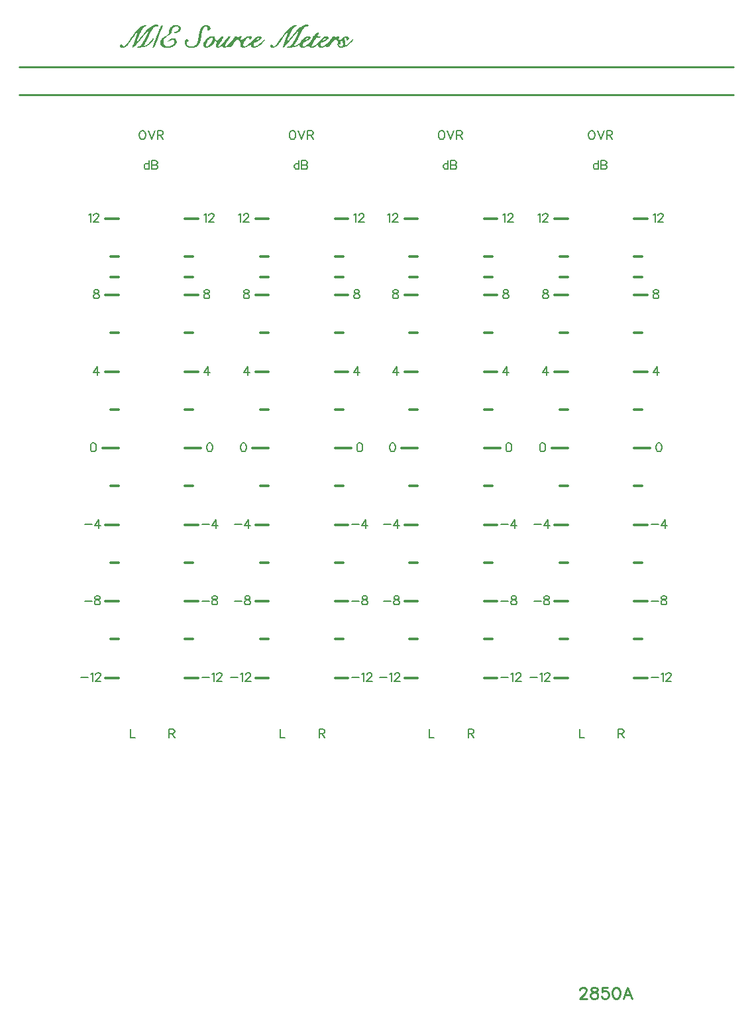
<source format=gto>
G04 Layer: TopSilkscreenLayer*
G04 EasyEDA v6.5.29, 2023-07-18 10:35:04*
G04 3d4cdd4c9cf84954a9378beb5d92b1fd,5a6b42c53f6a479593ecc07194224c93,10*
G04 Gerber Generator version 0.2*
G04 Scale: 100 percent, Rotated: No, Reflected: No *
G04 Dimensions in millimeters *
G04 leading zeros omitted , absolute positions ,4 integer and 5 decimal *
%FSLAX45Y45*%
%MOMM*%

%ADD10C,0.2540*%
%ADD11C,0.1524*%
%ADD12C,0.3000*%

%LPD*%
G36*
X1760067Y12718745D02*
G01*
X1754682Y12718542D01*
X1748688Y12717830D01*
X1742135Y12716611D01*
X1734972Y12714884D01*
X1722780Y12711277D01*
X1713992Y12708026D01*
X1705203Y12704114D01*
X1696466Y12699593D01*
X1687626Y12694412D01*
X1678787Y12688570D01*
X1669796Y12681966D01*
X1660753Y12674650D01*
X1651507Y12666573D01*
X1642110Y12657683D01*
X1632508Y12647980D01*
X1622653Y12637465D01*
X1612544Y12626035D01*
X1602130Y12613741D01*
X1591360Y12600533D01*
X1545336Y12540792D01*
X1526590Y12517120D01*
X1514398Y12502388D01*
X1510741Y12498730D01*
X1510538Y12499340D01*
X1511350Y12503861D01*
X1513636Y12512294D01*
X1521917Y12538303D01*
X1527505Y12554712D01*
X1533347Y12571018D01*
X1539189Y12586055D01*
X1545285Y12600838D01*
X1551635Y12615164D01*
X1558086Y12628778D01*
X1564487Y12641427D01*
X1570736Y12652959D01*
X1576730Y12663119D01*
X1582318Y12671704D01*
X1587347Y12678460D01*
X1591818Y12683236D01*
X1593748Y12684760D01*
X1595526Y12685725D01*
X1597050Y12686030D01*
X1600352Y12687198D01*
X1605686Y12690195D01*
X1612239Y12694666D01*
X1619402Y12700152D01*
X1628292Y12707772D01*
X1629968Y12710058D01*
X1629664Y12711328D01*
X1627225Y12711785D01*
X1622501Y12711480D01*
X1605686Y12708890D01*
X1597101Y12707112D01*
X1588668Y12704775D01*
X1580286Y12701879D01*
X1572006Y12698323D01*
X1563776Y12694107D01*
X1555546Y12689179D01*
X1547266Y12683540D01*
X1538935Y12677190D01*
X1530553Y12670078D01*
X1522018Y12662154D01*
X1513332Y12653365D01*
X1504442Y12643764D01*
X1495399Y12633299D01*
X1486052Y12621920D01*
X1476451Y12609576D01*
X1466596Y12596317D01*
X1456334Y12582042D01*
X1437182Y12554305D01*
X1415643Y12524028D01*
X1399082Y12501626D01*
X1384096Y12482068D01*
X1371447Y12466472D01*
X1361948Y12455906D01*
X1352804Y12447473D01*
X1346911Y12442494D01*
X1342288Y12439294D01*
X1338630Y12437821D01*
X1335582Y12437922D01*
X1332941Y12439650D01*
X1330350Y12442850D01*
X1324406Y12452299D01*
X1320901Y12456160D01*
X1317193Y12459106D01*
X1313383Y12461138D01*
X1309522Y12462306D01*
X1305864Y12462560D01*
X1302410Y12461951D01*
X1299311Y12460478D01*
X1296670Y12458090D01*
X1294688Y12454839D01*
X1293368Y12450775D01*
X1292910Y12445796D01*
X1293215Y12441478D01*
X1294130Y12437567D01*
X1295501Y12434112D01*
X1297432Y12431064D01*
X1299819Y12428423D01*
X1302664Y12426238D01*
X1305864Y12424511D01*
X1309471Y12423140D01*
X1313383Y12422225D01*
X1317599Y12421666D01*
X1322070Y12421565D01*
X1326743Y12421870D01*
X1331620Y12422530D01*
X1336700Y12423597D01*
X1341831Y12425070D01*
X1347063Y12426950D01*
X1352346Y12429185D01*
X1357680Y12431826D01*
X1362964Y12434824D01*
X1368196Y12438227D01*
X1373327Y12441986D01*
X1378305Y12446101D01*
X1383182Y12450572D01*
X1389532Y12457379D01*
X1399184Y12469672D01*
X1412341Y12487706D01*
X1427886Y12509855D01*
X1444599Y12534493D01*
X1472895Y12577013D01*
X1492808Y12605359D01*
X1501749Y12617500D01*
X1509674Y12627711D01*
X1516227Y12635738D01*
X1521256Y12641173D01*
X1523085Y12642799D01*
X1530756Y12648641D01*
X1534007Y12650419D01*
X1532991Y12648082D01*
X1526946Y12639751D01*
X1524000Y12634112D01*
X1520291Y12625933D01*
X1511300Y12603530D01*
X1501140Y12575387D01*
X1485747Y12528702D01*
X1475232Y12498628D01*
X1465732Y12473025D01*
X1461719Y12462967D01*
X1452829Y12442748D01*
X1450543Y12434112D01*
X1450289Y12427508D01*
X1452168Y12423800D01*
X1453184Y12423495D01*
X1454404Y12423495D01*
X1457553Y12424460D01*
X1461617Y12426797D01*
X1466596Y12430353D01*
X1472387Y12435078D01*
X1478940Y12440970D01*
X1486255Y12447981D01*
X1502816Y12464999D01*
X1521714Y12485776D01*
X1542542Y12509855D01*
X1564894Y12536881D01*
X1588363Y12566294D01*
X1612646Y12597587D01*
X1634693Y12625222D01*
X1651812Y12645694D01*
X1657908Y12652451D01*
X1662023Y12656515D01*
X1663242Y12657429D01*
X1663852Y12657531D01*
X1663903Y12656769D01*
X1662887Y12652806D01*
X1660347Y12645898D01*
X1651406Y12624409D01*
X1638300Y12595199D01*
X1621891Y12560503D01*
X1613001Y12542672D01*
X1604365Y12526213D01*
X1596034Y12511176D01*
X1587906Y12497511D01*
X1580083Y12485268D01*
X1572514Y12474346D01*
X1565148Y12464846D01*
X1558086Y12456718D01*
X1551279Y12449962D01*
X1544675Y12444526D01*
X1541475Y12442342D01*
X1535226Y12438989D01*
X1532178Y12437821D01*
X1529181Y12436957D01*
X1526286Y12436449D01*
X1517142Y12435586D01*
X1512011Y12433655D01*
X1508506Y12430760D01*
X1507236Y12427254D01*
X1507693Y12425832D01*
X1509014Y12424613D01*
X1511249Y12423648D01*
X1514246Y12422936D01*
X1518107Y12422479D01*
X1528064Y12422276D01*
X1540916Y12423038D01*
X1556410Y12424714D01*
X1574393Y12427305D01*
X1605483Y12432944D01*
X1610106Y12434062D01*
X1614932Y12435586D01*
X1619961Y12437465D01*
X1630222Y12442190D01*
X1640839Y12448133D01*
X1651558Y12455042D01*
X1662125Y12462713D01*
X1672386Y12470993D01*
X1682191Y12479680D01*
X1691233Y12488519D01*
X1699412Y12497409D01*
X1706473Y12506096D01*
X1712264Y12514376D01*
X1714601Y12518339D01*
X1716532Y12522098D01*
X1718005Y12525705D01*
X1719072Y12529058D01*
X1719630Y12532156D01*
X1719732Y12535052D01*
X1719275Y12537592D01*
X1718310Y12539827D01*
X1716735Y12541758D01*
X1713839Y12543180D01*
X1710893Y12542672D01*
X1708200Y12540335D01*
X1706067Y12536322D01*
X1704238Y12532055D01*
X1701698Y12527330D01*
X1698498Y12522250D01*
X1690522Y12511328D01*
X1680768Y12499898D01*
X1675485Y12494158D01*
X1664309Y12483033D01*
X1652879Y12472974D01*
X1641805Y12464491D01*
X1636572Y12461087D01*
X1631645Y12458293D01*
X1622806Y12453924D01*
X1615084Y12450521D01*
X1608429Y12447981D01*
X1602892Y12446406D01*
X1598523Y12445695D01*
X1595374Y12445898D01*
X1593443Y12446965D01*
X1592732Y12448946D01*
X1593342Y12451740D01*
X1595323Y12455398D01*
X1598625Y12459919D01*
X1605432Y12467742D01*
X1610512Y12474803D01*
X1616659Y12484404D01*
X1623568Y12496088D01*
X1631035Y12509550D01*
X1638858Y12524282D01*
X1646783Y12539929D01*
X1654606Y12556083D01*
X1673352Y12596215D01*
X1682292Y12614452D01*
X1690420Y12630404D01*
X1697989Y12644221D01*
X1705000Y12656058D01*
X1711553Y12666014D01*
X1717852Y12674193D01*
X1723948Y12680848D01*
X1726946Y12683591D01*
X1732940Y12688062D01*
X1735937Y12689840D01*
X1742084Y12692532D01*
X1745234Y12693497D01*
X1751736Y12694666D01*
X1769973Y12695732D01*
X1777695Y12697866D01*
X1781708Y12701371D01*
X1781810Y12706197D01*
X1780387Y12709499D01*
X1778355Y12712293D01*
X1775815Y12714579D01*
X1772716Y12716357D01*
X1769059Y12717678D01*
X1764842Y12718440D01*
G37*
G36*
X3679850Y12718745D02*
G01*
X3674465Y12718542D01*
X3668522Y12717830D01*
X3661968Y12716611D01*
X3654755Y12714884D01*
X3642563Y12711277D01*
X3633774Y12708026D01*
X3625037Y12704114D01*
X3616248Y12699593D01*
X3607460Y12694412D01*
X3598570Y12688570D01*
X3589629Y12681966D01*
X3580536Y12674650D01*
X3571290Y12666573D01*
X3561892Y12657683D01*
X3552291Y12647980D01*
X3542436Y12637465D01*
X3532327Y12626035D01*
X3521913Y12613741D01*
X3511194Y12600533D01*
X3500069Y12586360D01*
X3476244Y12555169D01*
X3455111Y12527991D01*
X3439363Y12508484D01*
X3434181Y12502388D01*
X3430524Y12498730D01*
X3429965Y12499238D01*
X3429863Y12500660D01*
X3430117Y12502997D01*
X3431743Y12510008D01*
X3434689Y12519761D01*
X3443630Y12545364D01*
X3455314Y12575692D01*
X3468115Y12606578D01*
X3474415Y12620955D01*
X3480358Y12633909D01*
X3485794Y12644882D01*
X3490468Y12653416D01*
X3492449Y12656616D01*
X3496767Y12662560D01*
X3501644Y12668504D01*
X3506978Y12674346D01*
X3512565Y12679883D01*
X3518204Y12684912D01*
X3523792Y12689332D01*
X3529126Y12692989D01*
X3534003Y12695732D01*
X3539185Y12698323D01*
X3543147Y12700762D01*
X3545992Y12702997D01*
X3547719Y12704927D01*
X3548430Y12706654D01*
X3548126Y12708128D01*
X3546906Y12709296D01*
X3544824Y12710160D01*
X3541979Y12710718D01*
X3538321Y12710922D01*
X3534003Y12710769D01*
X3529076Y12710312D01*
X3523538Y12709398D01*
X3517493Y12708128D01*
X3510940Y12706451D01*
X3500577Y12703098D01*
X3493566Y12700254D01*
X3486556Y12696748D01*
X3479444Y12692684D01*
X3472230Y12687960D01*
X3464864Y12682575D01*
X3457397Y12676530D01*
X3449777Y12669824D01*
X3441954Y12662408D01*
X3433978Y12654280D01*
X3425799Y12645390D01*
X3417417Y12635788D01*
X3408781Y12625425D01*
X3399891Y12614249D01*
X3390747Y12602311D01*
X3371646Y12575895D01*
X3352139Y12547498D01*
X3334258Y12522098D01*
X3316630Y12498222D01*
X3300577Y12477546D01*
X3293567Y12468961D01*
X3287369Y12461798D01*
X3282238Y12456261D01*
X3272688Y12447422D01*
X3266795Y12442494D01*
X3262122Y12439294D01*
X3258413Y12437821D01*
X3255416Y12437922D01*
X3252724Y12439650D01*
X3250133Y12442850D01*
X3244189Y12452299D01*
X3240735Y12456160D01*
X3236976Y12459106D01*
X3233166Y12461138D01*
X3229356Y12462306D01*
X3225647Y12462560D01*
X3222193Y12461951D01*
X3219094Y12460478D01*
X3216503Y12458090D01*
X3214471Y12454839D01*
X3213201Y12450775D01*
X3212744Y12445796D01*
X3213049Y12441478D01*
X3213912Y12437567D01*
X3215335Y12434112D01*
X3217265Y12431064D01*
X3219653Y12428423D01*
X3222447Y12426238D01*
X3225698Y12424511D01*
X3229254Y12423140D01*
X3233166Y12422225D01*
X3237382Y12421666D01*
X3241852Y12421565D01*
X3246577Y12421870D01*
X3251453Y12422530D01*
X3256483Y12423597D01*
X3261664Y12425070D01*
X3266897Y12426950D01*
X3272180Y12429185D01*
X3277463Y12431826D01*
X3282746Y12434824D01*
X3287979Y12438227D01*
X3293110Y12441986D01*
X3298139Y12446101D01*
X3302965Y12450572D01*
X3309365Y12457379D01*
X3318967Y12469672D01*
X3332124Y12487706D01*
X3347669Y12509855D01*
X3364433Y12534493D01*
X3392678Y12577013D01*
X3412591Y12605359D01*
X3421532Y12617500D01*
X3429457Y12627711D01*
X3436061Y12635738D01*
X3441039Y12641173D01*
X3442868Y12642799D01*
X3450590Y12648641D01*
X3453790Y12650419D01*
X3452825Y12648082D01*
X3446779Y12639751D01*
X3443782Y12634112D01*
X3440074Y12625933D01*
X3431082Y12603530D01*
X3420973Y12575387D01*
X3408172Y12536576D01*
X3397605Y12505842D01*
X3387750Y12478816D01*
X3379724Y12458801D01*
X3372662Y12442748D01*
X3370376Y12434112D01*
X3370072Y12427508D01*
X3372002Y12423800D01*
X3372967Y12423495D01*
X3374186Y12423495D01*
X3375660Y12423800D01*
X3379266Y12425476D01*
X3383787Y12428423D01*
X3389172Y12432588D01*
X3395370Y12437922D01*
X3402329Y12444374D01*
X3418230Y12460376D01*
X3436620Y12480290D01*
X3456990Y12503556D01*
X3478987Y12529870D01*
X3502202Y12558725D01*
X3526383Y12589814D01*
X3549345Y12618872D01*
X3567887Y12641376D01*
X3574897Y12649403D01*
X3580028Y12654838D01*
X3583025Y12657429D01*
X3583635Y12657531D01*
X3583736Y12656769D01*
X3582670Y12652806D01*
X3580129Y12645898D01*
X3571189Y12624409D01*
X3558082Y12595199D01*
X3541725Y12560503D01*
X3532784Y12542672D01*
X3524199Y12526213D01*
X3515817Y12511176D01*
X3507740Y12497511D01*
X3499865Y12485268D01*
X3492296Y12474346D01*
X3484981Y12464846D01*
X3477869Y12456718D01*
X3471062Y12449962D01*
X3464458Y12444526D01*
X3461258Y12442342D01*
X3455009Y12438989D01*
X3451961Y12437821D01*
X3449015Y12436957D01*
X3446068Y12436449D01*
X3436924Y12435636D01*
X3431794Y12433808D01*
X3428339Y12431115D01*
X3427018Y12427813D01*
X3427476Y12426289D01*
X3428796Y12425070D01*
X3430930Y12424105D01*
X3433826Y12423343D01*
X3437331Y12422784D01*
X3446272Y12422378D01*
X3457194Y12422784D01*
X3469640Y12423952D01*
X3483152Y12425781D01*
X3497173Y12428220D01*
X3511296Y12431166D01*
X3525012Y12434671D01*
X3537813Y12438532D01*
X3549243Y12442799D01*
X3563213Y12449098D01*
X3570528Y12452096D01*
X3576320Y12454077D01*
X3580790Y12455042D01*
X3584041Y12454991D01*
X3586175Y12453924D01*
X3587394Y12451892D01*
X3588156Y12444374D01*
X3589375Y12440259D01*
X3591306Y12436602D01*
X3593896Y12433350D01*
X3597198Y12430556D01*
X3601110Y12428220D01*
X3605580Y12426340D01*
X3610559Y12424918D01*
X3616045Y12423952D01*
X3621989Y12423546D01*
X3628339Y12423597D01*
X3635044Y12424156D01*
X3642055Y12425222D01*
X3649319Y12426848D01*
X3656837Y12429032D01*
X3676548Y12436195D01*
X3686149Y12439396D01*
X3693718Y12441326D01*
X3699764Y12442037D01*
X3704691Y12441529D01*
X3709060Y12439751D01*
X3713276Y12436754D01*
X3722471Y12428169D01*
X3726992Y12424714D01*
X3731412Y12422073D01*
X3735933Y12420346D01*
X3740607Y12419533D01*
X3745534Y12419634D01*
X3750818Y12420650D01*
X3756660Y12422632D01*
X3763060Y12425578D01*
X3770172Y12429490D01*
X3778148Y12434316D01*
X3797147Y12447016D01*
X3804970Y12451943D01*
X3810914Y12455042D01*
X3815232Y12456414D01*
X3818382Y12456007D01*
X3820718Y12453975D01*
X3822598Y12450368D01*
X3826103Y12440818D01*
X3828186Y12436957D01*
X3830675Y12433503D01*
X3833571Y12430556D01*
X3836822Y12428016D01*
X3840530Y12425984D01*
X3844544Y12424359D01*
X3848912Y12423241D01*
X3853637Y12422581D01*
X3858666Y12422327D01*
X3864051Y12422581D01*
X3869690Y12423343D01*
X3875684Y12424511D01*
X3881932Y12426188D01*
X3888435Y12428372D01*
X3901592Y12433503D01*
X3907586Y12435484D01*
X3912971Y12436957D01*
X3917696Y12437922D01*
X3921607Y12438278D01*
X3924554Y12438075D01*
X3926433Y12437262D01*
X3927094Y12435840D01*
X3927500Y12432436D01*
X3928668Y12429845D01*
X3930497Y12427966D01*
X3932936Y12426797D01*
X3935882Y12426289D01*
X3939235Y12426442D01*
X3942994Y12427153D01*
X3947007Y12428524D01*
X3951173Y12430404D01*
X3955491Y12432792D01*
X3959860Y12435687D01*
X3964178Y12439040D01*
X3968343Y12442850D01*
X3972306Y12447016D01*
X3975963Y12451537D01*
X3988257Y12469520D01*
X3995521Y12479070D01*
X4003344Y12488672D01*
X4011269Y12497765D01*
X4018889Y12505893D01*
X4047642Y12533426D01*
X4066997Y12511735D01*
X4073855Y12502845D01*
X4078224Y12494869D01*
X4079798Y12488570D01*
X4078122Y12484912D01*
X4074668Y12482068D01*
X4072128Y12478512D01*
X4070553Y12474397D01*
X4069842Y12469774D01*
X4070045Y12464846D01*
X4070792Y12460833D01*
X4088688Y12460833D01*
X4091787Y12462662D01*
X4100322Y12463068D01*
X4107992Y12464135D01*
X4112310Y12467742D01*
X4113682Y12474498D01*
X4111751Y12490602D01*
X4111802Y12495631D01*
X4112463Y12500102D01*
X4113733Y12503962D01*
X4115460Y12507163D01*
X4117594Y12509550D01*
X4120083Y12511125D01*
X4122826Y12511836D01*
X4125671Y12511532D01*
X4128668Y12510160D01*
X4131665Y12507722D01*
X4134561Y12504115D01*
X4137101Y12498324D01*
X4139234Y12489891D01*
X4140657Y12479883D01*
X4141266Y12469469D01*
X4140809Y12462357D01*
X4139539Y12456007D01*
X4137507Y12450622D01*
X4134764Y12446101D01*
X4131462Y12442545D01*
X4127601Y12440056D01*
X4123334Y12438583D01*
X4118711Y12438176D01*
X4113834Y12438938D01*
X4108805Y12440869D01*
X4103725Y12444018D01*
X4098594Y12448489D01*
X4091025Y12456464D01*
X4088688Y12460833D01*
X4070792Y12460833D01*
X4071010Y12459665D01*
X4072839Y12454382D01*
X4075379Y12449149D01*
X4078681Y12444018D01*
X4082694Y12439192D01*
X4087368Y12434722D01*
X4092651Y12430760D01*
X4101693Y12425324D01*
X4105808Y12423394D01*
X4109821Y12421920D01*
X4113834Y12420955D01*
X4118000Y12420447D01*
X4122420Y12420447D01*
X4127246Y12420854D01*
X4132579Y12421768D01*
X4138574Y12423089D01*
X4152950Y12427102D01*
X4157268Y12428575D01*
X4167022Y12433046D01*
X4172356Y12435890D01*
X4183634Y12442748D01*
X4195521Y12450826D01*
X4207713Y12459817D01*
X4219752Y12469418D01*
X4231436Y12479375D01*
X4242257Y12489281D01*
X4252010Y12498933D01*
X4260291Y12507925D01*
X4266793Y12516053D01*
X4269232Y12519710D01*
X4271060Y12522962D01*
X4272330Y12525857D01*
X4272889Y12528346D01*
X4272737Y12530429D01*
X4271873Y12531953D01*
X4269943Y12532461D01*
X4266844Y12531496D01*
X4262729Y12529210D01*
X4257751Y12525705D01*
X4252061Y12521133D01*
X4245864Y12515545D01*
X4239310Y12509093D01*
X4211980Y12479934D01*
X4201261Y12469114D01*
X4192574Y12461189D01*
X4188968Y12458344D01*
X4185767Y12456160D01*
X4183024Y12454686D01*
X4180636Y12453874D01*
X4178554Y12453772D01*
X4176826Y12454280D01*
X4175404Y12455398D01*
X4174236Y12457176D01*
X4173321Y12459563D01*
X4172610Y12462560D01*
X4171645Y12470282D01*
X4170984Y12481153D01*
X4169562Y12494920D01*
X4167479Y12509195D01*
X4164939Y12522250D01*
X4161129Y12539726D01*
X4161434Y12547244D01*
X4164837Y12551156D01*
X4171594Y12552273D01*
X4177436Y12550952D01*
X4182008Y12547295D01*
X4184954Y12541656D01*
X4186021Y12534442D01*
X4186529Y12527381D01*
X4188053Y12522200D01*
X4190441Y12518847D01*
X4193641Y12517323D01*
X4197553Y12517628D01*
X4202125Y12519863D01*
X4207256Y12523978D01*
X4212844Y12529972D01*
X4217822Y12537186D01*
X4219448Y12543383D01*
X4217822Y12549581D01*
X4212844Y12556744D01*
X4209135Y12560554D01*
X4205071Y12563754D01*
X4200652Y12566243D01*
X4195927Y12568123D01*
X4190898Y12569342D01*
X4185665Y12569952D01*
X4180230Y12569952D01*
X4174591Y12569342D01*
X4168901Y12568123D01*
X4163110Y12566243D01*
X4157268Y12563856D01*
X4151426Y12560808D01*
X4145686Y12557201D01*
X4139996Y12553035D01*
X4134459Y12548311D01*
X4124045Y12537795D01*
X4114698Y12529362D01*
X4110431Y12526060D01*
X4106468Y12523419D01*
X4102811Y12521336D01*
X4099509Y12519914D01*
X4096562Y12519050D01*
X4093921Y12518796D01*
X4091686Y12519152D01*
X4089806Y12520117D01*
X4088333Y12521641D01*
X4087266Y12523774D01*
X4086656Y12526467D01*
X4086453Y12529718D01*
X4086707Y12533528D01*
X4087418Y12537948D01*
X4088637Y12542926D01*
X4090365Y12548463D01*
X4092549Y12554508D01*
X4093870Y12559284D01*
X4093819Y12563195D01*
X4092549Y12566243D01*
X4090212Y12568478D01*
X4087012Y12569799D01*
X4082948Y12570256D01*
X4078274Y12569901D01*
X4073093Y12568682D01*
X4067556Y12566548D01*
X4061815Y12563551D01*
X4055973Y12559741D01*
X4050182Y12555016D01*
X4041089Y12547041D01*
X4036771Y12544348D01*
X4036466Y12547041D01*
X4039260Y12555016D01*
X4040632Y12559538D01*
X4040987Y12563297D01*
X4040479Y12566243D01*
X4039158Y12568428D01*
X4037126Y12569952D01*
X4034485Y12570714D01*
X4031335Y12570764D01*
X4027728Y12570206D01*
X4023868Y12568986D01*
X4019804Y12567158D01*
X4015587Y12564770D01*
X4011371Y12561773D01*
X4007205Y12558268D01*
X4003243Y12554254D01*
X3999585Y12549682D01*
X3992981Y12539319D01*
X3985615Y12528600D01*
X3977335Y12517932D01*
X3968394Y12507468D01*
X3958894Y12497257D01*
X3948988Y12487554D01*
X3938828Y12478410D01*
X3928618Y12469926D01*
X3918559Y12462306D01*
X3908704Y12455601D01*
X3899306Y12449962D01*
X3890518Y12445492D01*
X3882491Y12442342D01*
X3878783Y12441326D01*
X3875379Y12440666D01*
X3872229Y12440361D01*
X3869334Y12440513D01*
X3866794Y12441072D01*
X3864559Y12442088D01*
X3862730Y12443510D01*
X3859580Y12448133D01*
X3857447Y12454280D01*
X3856532Y12461087D01*
X3857040Y12467844D01*
X3857853Y12471603D01*
X3858818Y12474905D01*
X3860190Y12477902D01*
X3862120Y12480696D01*
X3864813Y12483490D01*
X3868521Y12486436D01*
X3873398Y12489586D01*
X3879646Y12493193D01*
X3897172Y12502184D01*
X3929176Y12517882D01*
X3935120Y12521336D01*
X3940403Y12524790D01*
X3945026Y12528245D01*
X3949039Y12531699D01*
X3952341Y12535154D01*
X3955034Y12538557D01*
X3957065Y12541910D01*
X3958437Y12545110D01*
X3959148Y12548260D01*
X3959148Y12551257D01*
X3958539Y12554102D01*
X3957218Y12556744D01*
X3955237Y12559182D01*
X3952595Y12561417D01*
X3949242Y12563398D01*
X3945229Y12565126D01*
X3940556Y12566548D01*
X3935171Y12567666D01*
X3929126Y12568478D01*
X3920134Y12568936D01*
X3916070Y12568732D01*
X3912108Y12568224D01*
X3908196Y12567310D01*
X3904335Y12565989D01*
X3900373Y12564160D01*
X3896309Y12561824D01*
X3891991Y12558979D01*
X3882491Y12551359D01*
X3871264Y12540945D01*
X3857751Y12527432D01*
X3836276Y12505385D01*
X3869029Y12505385D01*
X3890670Y12528854D01*
X3898646Y12537033D01*
X3905808Y12543485D01*
X3912006Y12548158D01*
X3917289Y12550952D01*
X3921455Y12551968D01*
X3924554Y12551105D01*
X3926433Y12548311D01*
X3927094Y12543586D01*
X3926484Y12541554D01*
X3924808Y12539065D01*
X3922115Y12536220D01*
X3918559Y12533122D01*
X3914241Y12529870D01*
X3909314Y12526568D01*
X3903878Y12523266D01*
X3869029Y12505385D01*
X3836276Y12505385D01*
X3815334Y12484912D01*
X3805072Y12475464D01*
X3795522Y12467031D01*
X3786733Y12459614D01*
X3778605Y12453213D01*
X3771239Y12447879D01*
X3764635Y12443561D01*
X3758793Y12440259D01*
X3753764Y12438024D01*
X3749548Y12436805D01*
X3747719Y12436602D01*
X3744772Y12437008D01*
X3743553Y12437567D01*
X3742639Y12438430D01*
X3741877Y12439548D01*
X3741369Y12440920D01*
X3741064Y12442545D01*
X3741165Y12446609D01*
X3742131Y12451740D01*
X3744061Y12457938D01*
X3746957Y12465202D01*
X3750767Y12473533D01*
X3755593Y12482931D01*
X3761384Y12493447D01*
X3768242Y12505029D01*
X3779520Y12522962D01*
X3784346Y12529972D01*
X3788765Y12535814D01*
X3792982Y12540538D01*
X3797046Y12544298D01*
X3801110Y12547142D01*
X3805326Y12549276D01*
X3809847Y12550749D01*
X3814724Y12551664D01*
X3820160Y12552172D01*
X3826256Y12552273D01*
X3837686Y12552984D01*
X3847033Y12554915D01*
X3853332Y12557760D01*
X3855669Y12561214D01*
X3853891Y12564668D01*
X3849014Y12567513D01*
X3841851Y12569444D01*
X3833114Y12570104D01*
X3825900Y12570206D01*
X3820617Y12570561D01*
X3817213Y12571425D01*
X3815587Y12573101D01*
X3815638Y12575794D01*
X3817315Y12579756D01*
X3820566Y12585242D01*
X3829812Y12599517D01*
X3833012Y12604902D01*
X3834790Y12608864D01*
X3835146Y12611608D01*
X3833977Y12613284D01*
X3831285Y12614249D01*
X3827018Y12614656D01*
X3821176Y12614757D01*
X3817112Y12614300D01*
X3812743Y12612979D01*
X3808222Y12610896D01*
X3803650Y12608204D01*
X3799230Y12604902D01*
X3795014Y12601092D01*
X3791153Y12596926D01*
X3781145Y12583769D01*
X3773627Y12576657D01*
X3766210Y12571882D01*
X3759911Y12570104D01*
X3754831Y12569190D01*
X3751630Y12566599D01*
X3750462Y12562535D01*
X3752189Y12554559D01*
X3752240Y12551359D01*
X3751783Y12547854D01*
X3750767Y12543942D01*
X3749243Y12539827D01*
X3747262Y12535408D01*
X3744874Y12530785D01*
X3738879Y12520930D01*
X3731514Y12510668D01*
X3723030Y12500102D01*
X3713683Y12489637D01*
X3703828Y12479426D01*
X3693566Y12469774D01*
X3683254Y12460986D01*
X3673144Y12453264D01*
X3663492Y12446914D01*
X3658920Y12444374D01*
X3654551Y12442240D01*
X3650386Y12440564D01*
X3646525Y12439396D01*
X3642969Y12438786D01*
X3639718Y12438735D01*
X3636873Y12439294D01*
X3633774Y12441123D01*
X3631336Y12444120D01*
X3629609Y12448133D01*
X3628542Y12452858D01*
X3628085Y12458090D01*
X3628288Y12463627D01*
X3629101Y12469266D01*
X3630422Y12474702D01*
X3632352Y12479782D01*
X3634841Y12484201D01*
X3637838Y12487859D01*
X3641344Y12490399D01*
X3661308Y12500356D01*
X3690467Y12514529D01*
X3697782Y12518390D01*
X3704336Y12522352D01*
X3710076Y12526518D01*
X3715004Y12530683D01*
X3719118Y12534900D01*
X3722319Y12539116D01*
X3724706Y12543231D01*
X3726179Y12547244D01*
X3726789Y12551054D01*
X3726484Y12554610D01*
X3725265Y12557963D01*
X3723081Y12560960D01*
X3719982Y12563551D01*
X3715918Y12565735D01*
X3710940Y12567462D01*
X3704894Y12568682D01*
X3700322Y12569088D01*
X3695547Y12569037D01*
X3690569Y12568580D01*
X3685540Y12567716D01*
X3680307Y12566446D01*
X3675075Y12564821D01*
X3669741Y12562840D01*
X3659022Y12557810D01*
X3653688Y12554813D01*
X3648405Y12551511D01*
X3643172Y12547904D01*
X3638042Y12544044D01*
X3628237Y12535611D01*
X3623564Y12531039D01*
X3619093Y12526264D01*
X3614877Y12521285D01*
X3610914Y12516104D01*
X3603387Y12505385D01*
X3636873Y12505385D01*
X3658514Y12528854D01*
X3666490Y12537033D01*
X3673652Y12543485D01*
X3679850Y12548158D01*
X3685082Y12550952D01*
X3689299Y12551968D01*
X3692398Y12551105D01*
X3694277Y12548311D01*
X3694937Y12543586D01*
X3694328Y12541554D01*
X3692651Y12539065D01*
X3689959Y12536220D01*
X3686403Y12533122D01*
X3682085Y12529870D01*
X3677158Y12526568D01*
X3671722Y12523266D01*
X3636873Y12505385D01*
X3603387Y12505385D01*
X3600450Y12501524D01*
X3592322Y12492228D01*
X3583178Y12483134D01*
X3573424Y12474498D01*
X3563264Y12466574D01*
X3553053Y12459512D01*
X3548024Y12456414D01*
X3538321Y12451232D01*
X3533749Y12449149D01*
X3529431Y12447473D01*
X3525316Y12446254D01*
X3521557Y12445542D01*
X3518103Y12445238D01*
X3515868Y12445746D01*
X3514648Y12447168D01*
X3514496Y12449556D01*
X3515309Y12452807D01*
X3517137Y12456972D01*
X3519982Y12461900D01*
X3523792Y12467691D01*
X3530955Y12477546D01*
X3536492Y12485979D01*
X3542842Y12496444D01*
X3549802Y12508585D01*
X3564534Y12536170D01*
X3575456Y12558166D01*
X3599992Y12610642D01*
X3607917Y12626390D01*
X3615232Y12640157D01*
X3622141Y12652146D01*
X3628644Y12662357D01*
X3634943Y12670942D01*
X3640988Y12678003D01*
X3646932Y12683693D01*
X3652926Y12688062D01*
X3658920Y12691262D01*
X3665118Y12693446D01*
X3671620Y12694666D01*
X3689807Y12695732D01*
X3697528Y12697866D01*
X3701491Y12701371D01*
X3701643Y12706197D01*
X3700170Y12709499D01*
X3698189Y12712293D01*
X3695649Y12714579D01*
X3692550Y12716357D01*
X3688892Y12717678D01*
X3684676Y12718440D01*
G37*
G36*
X1826463Y12712852D02*
G01*
X1825548Y12712547D01*
X1823110Y12710007D01*
X1819859Y12705130D01*
X1815795Y12698120D01*
X1811070Y12689027D01*
X1805736Y12678105D01*
X1793595Y12651435D01*
X1779930Y12619329D01*
X1765401Y12583109D01*
X1704898Y12425578D01*
X1704797Y12422378D01*
X1707032Y12420244D01*
X1711147Y12419330D01*
X1716786Y12419838D01*
X1718106Y12420295D01*
X1721205Y12422632D01*
X1724710Y12426696D01*
X1728774Y12432588D01*
X1733296Y12440310D01*
X1738325Y12449911D01*
X1743913Y12461443D01*
X1750060Y12474905D01*
X1756765Y12490297D01*
X1764030Y12507671D01*
X1780336Y12548514D01*
X1808378Y12622123D01*
X1828546Y12677089D01*
X1834692Y12694818D01*
X1837639Y12704978D01*
X1836724Y12708026D01*
X1834337Y12710566D01*
X1830781Y12712242D01*
G37*
G36*
X2005939Y12712852D02*
G01*
X1999335Y12712750D01*
X1993188Y12712344D01*
X1987448Y12711633D01*
X1982114Y12710566D01*
X1977034Y12709194D01*
X1972208Y12707366D01*
X1967534Y12705181D01*
X1962962Y12702489D01*
X1958390Y12699390D01*
X1953768Y12695732D01*
X1948992Y12691516D01*
X1944065Y12686792D01*
X1938274Y12680543D01*
X1933092Y12674092D01*
X1928622Y12667538D01*
X1924862Y12660934D01*
X1921865Y12654381D01*
X1919681Y12647879D01*
X1918309Y12641580D01*
X1917852Y12635484D01*
X1917496Y12624308D01*
X1916988Y12619431D01*
X1916175Y12615011D01*
X1915007Y12610896D01*
X1913483Y12607086D01*
X1911502Y12603429D01*
X1908962Y12599924D01*
X1905863Y12596469D01*
X1902155Y12592964D01*
X1897735Y12589408D01*
X1892604Y12585700D01*
X1879803Y12577470D01*
X1857349Y12564160D01*
X1851660Y12560401D01*
X1846275Y12556540D01*
X1841246Y12552578D01*
X1836521Y12548514D01*
X1832102Y12544348D01*
X1828038Y12540081D01*
X1824329Y12535814D01*
X1820925Y12531445D01*
X1817878Y12526975D01*
X1815185Y12522504D01*
X1812798Y12518034D01*
X1810766Y12513462D01*
X1809089Y12508941D01*
X1807718Y12504369D01*
X1806752Y12499797D01*
X1806092Y12495225D01*
X1805787Y12490653D01*
X1805838Y12486081D01*
X1806244Y12481610D01*
X1807006Y12477140D01*
X1808073Y12472670D01*
X1809546Y12468301D01*
X1811375Y12463983D01*
X1813560Y12459766D01*
X1816100Y12455601D01*
X1818995Y12451537D01*
X1822297Y12447524D01*
X1825904Y12443663D01*
X1829917Y12439904D01*
X1834286Y12436246D01*
X1839061Y12432741D01*
X1843227Y12430048D01*
X1847697Y12427661D01*
X1852371Y12425578D01*
X1857248Y12423749D01*
X1862277Y12422225D01*
X1867509Y12421006D01*
X1872843Y12420041D01*
X1883968Y12418923D01*
X1895449Y12418822D01*
X1907184Y12419685D01*
X1919020Y12421412D01*
X1930755Y12424054D01*
X1936597Y12425629D01*
X1948027Y12429439D01*
X1959051Y12433960D01*
X1969516Y12439142D01*
X1979269Y12444933D01*
X1988210Y12451334D01*
X1992325Y12454686D01*
X1996186Y12458192D01*
X1999742Y12461798D01*
X2002993Y12465507D01*
X2005939Y12469368D01*
X2008581Y12473279D01*
X2010816Y12477242D01*
X2012696Y12481356D01*
X2014220Y12485522D01*
X2015286Y12489738D01*
X2015998Y12494006D01*
X2016201Y12498374D01*
X2015947Y12504064D01*
X2015236Y12509398D01*
X2014016Y12514376D01*
X2012391Y12518999D01*
X2010308Y12523216D01*
X2007870Y12527076D01*
X2005025Y12530582D01*
X2001875Y12533680D01*
X1998370Y12536373D01*
X1994560Y12538659D01*
X1990496Y12540538D01*
X1986178Y12541961D01*
X1981657Y12543028D01*
X1976882Y12543637D01*
X1971954Y12543790D01*
X1966823Y12543485D01*
X1961591Y12542774D01*
X1956257Y12541605D01*
X1950821Y12539929D01*
X1945335Y12537795D01*
X1939798Y12535204D01*
X1934260Y12532156D01*
X1928723Y12528550D01*
X1923186Y12524486D01*
X1916277Y12518847D01*
X1910892Y12513919D01*
X1906930Y12509804D01*
X1904441Y12506502D01*
X1903374Y12504064D01*
X1903730Y12502489D01*
X1905406Y12501829D01*
X1908403Y12502134D01*
X1912721Y12503404D01*
X1918258Y12505639D01*
X1925116Y12508992D01*
X1938832Y12516459D01*
X1944268Y12518948D01*
X1949450Y12520879D01*
X1954377Y12522352D01*
X1959000Y12523317D01*
X1963369Y12523825D01*
X1967382Y12523825D01*
X1971090Y12523470D01*
X1974494Y12522708D01*
X1977593Y12521539D01*
X1980285Y12520015D01*
X1982622Y12518136D01*
X1984603Y12515951D01*
X1986229Y12513462D01*
X1987397Y12510719D01*
X1988210Y12507671D01*
X1988566Y12504470D01*
X1988515Y12500965D01*
X1988057Y12497358D01*
X1987092Y12493498D01*
X1985721Y12489535D01*
X1983841Y12485471D01*
X1981454Y12481255D01*
X1978609Y12476937D01*
X1975205Y12472619D01*
X1971344Y12468199D01*
X1966925Y12463830D01*
X1961946Y12459411D01*
X1957019Y12455499D01*
X1952091Y12451943D01*
X1947062Y12448794D01*
X1942033Y12446000D01*
X1937004Y12443561D01*
X1931974Y12441529D01*
X1926945Y12439802D01*
X1921967Y12438430D01*
X1917039Y12437414D01*
X1912112Y12436754D01*
X1907336Y12436398D01*
X1902561Y12436398D01*
X1897938Y12436703D01*
X1893417Y12437364D01*
X1888998Y12438329D01*
X1884730Y12439599D01*
X1880616Y12441174D01*
X1876704Y12443053D01*
X1872945Y12445187D01*
X1869338Y12447676D01*
X1865985Y12450470D01*
X1862836Y12453518D01*
X1859940Y12456820D01*
X1857248Y12460427D01*
X1854860Y12464288D01*
X1852726Y12468453D01*
X1850898Y12472822D01*
X1849374Y12477496D01*
X1848154Y12482423D01*
X1847291Y12487554D01*
X1846732Y12492990D01*
X1846529Y12498628D01*
X1846935Y12508839D01*
X1847443Y12513564D01*
X1849272Y12522200D01*
X1850643Y12526264D01*
X1852371Y12530124D01*
X1854403Y12533934D01*
X1856841Y12537592D01*
X1859686Y12541199D01*
X1862988Y12544755D01*
X1866747Y12548362D01*
X1871014Y12551968D01*
X1881124Y12559385D01*
X1886966Y12563297D01*
X1900580Y12571526D01*
X1916785Y12580670D01*
X1922932Y12584430D01*
X1928622Y12588697D01*
X1933702Y12593370D01*
X1938223Y12598400D01*
X1942084Y12603683D01*
X1945284Y12609271D01*
X1947672Y12614960D01*
X1949297Y12620802D01*
X1951278Y12629743D01*
X1953412Y12638024D01*
X1955647Y12645644D01*
X1958086Y12652603D01*
X1960727Y12658953D01*
X1963521Y12664744D01*
X1966569Y12669926D01*
X1969770Y12674549D01*
X1973275Y12678613D01*
X1976983Y12682169D01*
X1980996Y12685217D01*
X1985264Y12687757D01*
X1989836Y12689840D01*
X1994712Y12691414D01*
X1999894Y12692634D01*
X2005380Y12693345D01*
X2012238Y12693802D01*
X2018334Y12693751D01*
X2023668Y12693192D01*
X2028240Y12692176D01*
X2032152Y12690602D01*
X2035251Y12688519D01*
X2037638Y12685979D01*
X2039264Y12682931D01*
X2040636Y12677749D01*
X2040940Y12672314D01*
X2040280Y12666675D01*
X2038705Y12661036D01*
X2036318Y12655397D01*
X2033117Y12649962D01*
X2029307Y12644780D01*
X2024837Y12640056D01*
X2019909Y12635788D01*
X2014474Y12632182D01*
X2008682Y12629286D01*
X1995322Y12624866D01*
X1989226Y12621717D01*
X1984451Y12618212D01*
X1981250Y12614605D01*
X1979777Y12611252D01*
X1980285Y12608458D01*
X1982978Y12606528D01*
X1988108Y12605816D01*
X1993849Y12606223D01*
X2000351Y12607493D01*
X2007412Y12609423D01*
X2014778Y12611963D01*
X2022297Y12615011D01*
X2029714Y12618466D01*
X2036825Y12622174D01*
X2043480Y12626136D01*
X2049424Y12630150D01*
X2054453Y12634214D01*
X2058416Y12638125D01*
X2061057Y12641834D01*
X2063953Y12647879D01*
X2066239Y12653721D01*
X2067814Y12659360D01*
X2068779Y12664846D01*
X2069084Y12670078D01*
X2068779Y12675108D01*
X2067864Y12679883D01*
X2066391Y12684404D01*
X2064308Y12688620D01*
X2061616Y12692583D01*
X2058416Y12696240D01*
X2054606Y12699542D01*
X2050288Y12702540D01*
X2045462Y12705181D01*
X2040077Y12707467D01*
X2034235Y12709398D01*
X2027885Y12710871D01*
X2021027Y12711988D01*
X2013712Y12712649D01*
G37*
G36*
X2392426Y12711430D02*
G01*
X2386838Y12711226D01*
X2381199Y12710566D01*
X2375611Y12709601D01*
X2370023Y12708178D01*
X2364587Y12706400D01*
X2359304Y12704216D01*
X2354122Y12701676D01*
X2349195Y12698679D01*
X2344521Y12695326D01*
X2338070Y12689738D01*
X2332228Y12683591D01*
X2329484Y12680289D01*
X2324455Y12673025D01*
X2319883Y12664897D01*
X2315718Y12655804D01*
X2311958Y12645644D01*
X2308606Y12634315D01*
X2305558Y12621666D01*
X2302814Y12607594D01*
X2300274Y12592050D01*
X2297938Y12574879D01*
X2295855Y12557150D01*
X2293721Y12541758D01*
X2291334Y12528194D01*
X2288641Y12516154D01*
X2285441Y12505436D01*
X2283663Y12500457D01*
X2279548Y12491110D01*
X2274722Y12482322D01*
X2269032Y12473787D01*
X2262378Y12465253D01*
X2254605Y12456363D01*
X2250338Y12452146D01*
X2245563Y12448438D01*
X2240432Y12445238D01*
X2234996Y12442545D01*
X2229205Y12440310D01*
X2223211Y12438583D01*
X2217013Y12437414D01*
X2210663Y12436754D01*
X2204212Y12436551D01*
X2197760Y12436906D01*
X2191308Y12437821D01*
X2184908Y12439192D01*
X2178659Y12441174D01*
X2172563Y12443612D01*
X2166670Y12446660D01*
X2161082Y12450165D01*
X2155850Y12454432D01*
X2151380Y12459258D01*
X2147722Y12464389D01*
X2144877Y12469774D01*
X2142896Y12475159D01*
X2141778Y12480340D01*
X2141575Y12485268D01*
X2142236Y12489637D01*
X2143861Y12493396D01*
X2146452Y12496241D01*
X2150059Y12498070D01*
X2158746Y12499289D01*
X2162098Y12500711D01*
X2164638Y12502896D01*
X2166416Y12505740D01*
X2167382Y12508992D01*
X2167636Y12512598D01*
X2167128Y12516307D01*
X2165858Y12520015D01*
X2163826Y12523571D01*
X2161032Y12526822D01*
X2157526Y12529566D01*
X2153310Y12531699D01*
X2148230Y12532868D01*
X2143252Y12532614D01*
X2138426Y12530988D01*
X2133904Y12528245D01*
X2129688Y12524435D01*
X2125980Y12519761D01*
X2122830Y12514326D01*
X2120341Y12508280D01*
X2118614Y12501778D01*
X2117699Y12494971D01*
X2117750Y12487960D01*
X2118817Y12480899D01*
X2120188Y12475870D01*
X2121865Y12470993D01*
X2123846Y12466320D01*
X2126081Y12461849D01*
X2128621Y12457531D01*
X2131415Y12453467D01*
X2134463Y12449606D01*
X2137714Y12445949D01*
X2145030Y12439294D01*
X2148941Y12436297D01*
X2157425Y12431014D01*
X2161946Y12428728D01*
X2166620Y12426696D01*
X2171496Y12424867D01*
X2176475Y12423292D01*
X2181555Y12421971D01*
X2186787Y12420904D01*
X2192121Y12420092D01*
X2203094Y12419279D01*
X2214372Y12419533D01*
X2225903Y12420904D01*
X2231694Y12422022D01*
X2243328Y12425121D01*
X2249170Y12427102D01*
X2255012Y12429388D01*
X2265070Y12434112D01*
X2273096Y12438786D01*
X2280513Y12444120D01*
X2287270Y12450165D01*
X2293518Y12457023D01*
X2299208Y12464796D01*
X2301900Y12469063D01*
X2306878Y12478359D01*
X2311501Y12488722D01*
X2315718Y12500356D01*
X2319629Y12513259D01*
X2323236Y12527534D01*
X2326589Y12543282D01*
X2329789Y12560604D01*
X2336139Y12600025D01*
X2339695Y12618313D01*
X2343505Y12634468D01*
X2347620Y12648488D01*
X2352040Y12660477D01*
X2354376Y12665760D01*
X2356866Y12670536D01*
X2359406Y12674854D01*
X2362047Y12678664D01*
X2364790Y12682067D01*
X2367686Y12684963D01*
X2370632Y12687452D01*
X2373782Y12689535D01*
X2376982Y12691160D01*
X2380335Y12692380D01*
X2383840Y12693192D01*
X2387498Y12693548D01*
X2391257Y12693548D01*
X2395220Y12693192D01*
X2399995Y12692227D01*
X2403856Y12690703D01*
X2406954Y12688620D01*
X2409240Y12685826D01*
X2410866Y12682270D01*
X2411780Y12677851D01*
X2412085Y12672466D01*
X2411628Y12659563D01*
X2411831Y12654127D01*
X2412542Y12649758D01*
X2413660Y12646355D01*
X2415286Y12644018D01*
X2417419Y12642646D01*
X2419959Y12642342D01*
X2423007Y12643002D01*
X2426563Y12644729D01*
X2430576Y12647422D01*
X2435098Y12651181D01*
X2440127Y12655905D01*
X2444242Y12660274D01*
X2447239Y12664135D01*
X2449118Y12667640D01*
X2449880Y12671145D01*
X2449525Y12674803D01*
X2448102Y12678918D01*
X2445562Y12683693D01*
X2441956Y12689382D01*
X2439060Y12693192D01*
X2435758Y12696698D01*
X2432050Y12699796D01*
X2427935Y12702540D01*
X2423566Y12704927D01*
X2418842Y12706959D01*
X2413914Y12708585D01*
X2408783Y12709855D01*
X2403449Y12710769D01*
X2397963Y12711277D01*
G37*
G36*
X2950210Y12570612D02*
G01*
X2941218Y12570053D01*
X2931668Y12568529D01*
X2921762Y12566040D01*
X2911703Y12562535D01*
X2901696Y12558115D01*
X2891993Y12552680D01*
X2882798Y12546279D01*
X2872333Y12537541D01*
X2866542Y12533122D01*
X2861005Y12529362D01*
X2855823Y12526314D01*
X2851099Y12523978D01*
X2846781Y12522301D01*
X2842971Y12521336D01*
X2839669Y12521031D01*
X2836976Y12521387D01*
X2834894Y12522504D01*
X2833471Y12524232D01*
X2832709Y12526670D01*
X2832760Y12529820D01*
X2833522Y12533630D01*
X2835198Y12538151D01*
X2841142Y12550190D01*
X2843987Y12556591D01*
X2845917Y12561824D01*
X2846628Y12565075D01*
X2846019Y12567462D01*
X2844292Y12569088D01*
X2841599Y12570104D01*
X2838094Y12570460D01*
X2833928Y12570256D01*
X2829306Y12569494D01*
X2824327Y12568174D01*
X2819196Y12566396D01*
X2814015Y12564160D01*
X2809036Y12561468D01*
X2804312Y12558420D01*
X2800096Y12555016D01*
X2790952Y12547041D01*
X2786684Y12544348D01*
X2786380Y12547041D01*
X2789174Y12555016D01*
X2790901Y12562128D01*
X2789529Y12566802D01*
X2784703Y12569342D01*
X2776169Y12570104D01*
X2768854Y12569596D01*
X2762859Y12568123D01*
X2758846Y12565989D01*
X2757322Y12563348D01*
X2756916Y12561316D01*
X2755747Y12558522D01*
X2753868Y12555016D01*
X2748127Y12546330D01*
X2740253Y12535763D01*
X2730754Y12523876D01*
X2720035Y12511227D01*
X2708656Y12498324D01*
X2697022Y12485725D01*
X2685643Y12473990D01*
X2675026Y12463678D01*
X2665679Y12455296D01*
X2661564Y12451994D01*
X2657957Y12449403D01*
X2654909Y12447574D01*
X2650286Y12445238D01*
X2642717Y12442139D01*
X2639720Y12441377D01*
X2637332Y12441174D01*
X2635453Y12441478D01*
X2634132Y12442291D01*
X2633319Y12443714D01*
X2633116Y12445695D01*
X2633472Y12448235D01*
X2634386Y12451334D01*
X2635859Y12455042D01*
X2640482Y12464186D01*
X2647391Y12475819D01*
X2656586Y12489942D01*
X2681427Y12525857D01*
X2691333Y12540792D01*
X2697937Y12551968D01*
X2700070Y12556337D01*
X2701442Y12559944D01*
X2702102Y12562890D01*
X2702052Y12565176D01*
X2701239Y12567005D01*
X2699816Y12568275D01*
X2697683Y12569190D01*
X2694990Y12569748D01*
X2691587Y12570053D01*
X2687675Y12570104D01*
X2685034Y12569698D01*
X2681935Y12568377D01*
X2678379Y12566243D01*
X2674416Y12563297D01*
X2670149Y12559639D01*
X2660700Y12550241D01*
X2650337Y12538405D01*
X2644902Y12531648D01*
X2625039Y12504928D01*
X2615539Y12493447D01*
X2605582Y12482423D01*
X2595473Y12472162D01*
X2585516Y12462814D01*
X2575915Y12454686D01*
X2567076Y12447930D01*
X2559151Y12442850D01*
X2555697Y12440970D01*
X2552547Y12439599D01*
X2549753Y12438786D01*
X2547467Y12438481D01*
X2545588Y12438786D01*
X2544165Y12439650D01*
X2543352Y12441224D01*
X2543048Y12443409D01*
X2543403Y12444933D01*
X2546197Y12450876D01*
X2551430Y12460020D01*
X2558643Y12471755D01*
X2567533Y12485471D01*
X2577642Y12500508D01*
X2590749Y12519406D01*
X2602687Y12537389D01*
X2607005Y12544501D01*
X2610307Y12550444D01*
X2612593Y12555372D01*
X2613964Y12559385D01*
X2614422Y12562535D01*
X2613964Y12564973D01*
X2612694Y12566802D01*
X2610662Y12568072D01*
X2607868Y12568936D01*
X2604262Y12569088D01*
X2600045Y12568174D01*
X2595372Y12566294D01*
X2590393Y12563449D01*
X2585212Y12559792D01*
X2579878Y12555321D01*
X2574594Y12550190D01*
X2564079Y12538252D01*
X2558897Y12532918D01*
X2553970Y12528346D01*
X2549296Y12524638D01*
X2544775Y12521742D01*
X2540508Y12519660D01*
X2536444Y12518390D01*
X2532583Y12517882D01*
X2528925Y12518237D01*
X2525420Y12519406D01*
X2522169Y12521336D01*
X2519070Y12524130D01*
X2516225Y12527737D01*
X2513482Y12532106D01*
X2510993Y12537338D01*
X2505710Y12551156D01*
X2502662Y12557353D01*
X2499258Y12562027D01*
X2495194Y12565430D01*
X2490165Y12567767D01*
X2483916Y12569190D01*
X2476093Y12569901D01*
X2466441Y12570104D01*
X2459990Y12569952D01*
X2453944Y12569444D01*
X2448306Y12568529D01*
X2442921Y12567107D01*
X2437638Y12565176D01*
X2432354Y12562586D01*
X2426970Y12559385D01*
X2421382Y12555423D01*
X2415438Y12550698D01*
X2409088Y12545110D01*
X2394508Y12531140D01*
X2383688Y12519609D01*
X2378913Y12513970D01*
X2370582Y12502845D01*
X2367026Y12497409D01*
X2363927Y12492126D01*
X2361234Y12486894D01*
X2358948Y12481814D01*
X2357120Y12476835D01*
X2355697Y12472060D01*
X2354681Y12467386D01*
X2354122Y12462865D01*
X2353970Y12458547D01*
X2354245Y12454737D01*
X2391257Y12454737D01*
X2391511Y12459970D01*
X2392222Y12465354D01*
X2393391Y12470841D01*
X2394915Y12476429D01*
X2396896Y12482068D01*
X2399182Y12487656D01*
X2404719Y12498781D01*
X2411222Y12509550D01*
X2418537Y12519660D01*
X2422398Y12524384D01*
X2430424Y12533020D01*
X2434488Y12536881D01*
X2438552Y12540386D01*
X2442616Y12543485D01*
X2446629Y12546126D01*
X2450541Y12548311D01*
X2454300Y12550038D01*
X2457958Y12551206D01*
X2461412Y12551816D01*
X2464663Y12551816D01*
X2467660Y12551206D01*
X2470404Y12549886D01*
X2472842Y12547904D01*
X2474925Y12545212D01*
X2475738Y12542977D01*
X2475992Y12539980D01*
X2475636Y12536373D01*
X2474823Y12532156D01*
X2473502Y12527432D01*
X2469692Y12516866D01*
X2464460Y12505182D01*
X2458212Y12493142D01*
X2451201Y12481306D01*
X2443835Y12470333D01*
X2440127Y12465354D01*
X2436418Y12460833D01*
X2432812Y12456871D01*
X2429306Y12453518D01*
X2425954Y12450876D01*
X2416556Y12444628D01*
X2408936Y12440259D01*
X2402890Y12437770D01*
X2398318Y12437262D01*
X2394966Y12438684D01*
X2392781Y12442037D01*
X2391613Y12447371D01*
X2391257Y12454737D01*
X2354245Y12454737D01*
X2355037Y12450368D01*
X2356205Y12446558D01*
X2357831Y12443002D01*
X2359863Y12439599D01*
X2362352Y12436449D01*
X2365298Y12433554D01*
X2368651Y12430861D01*
X2372461Y12428423D01*
X2376779Y12426238D01*
X2380589Y12424816D01*
X2384653Y12423800D01*
X2389022Y12423241D01*
X2393594Y12423038D01*
X2398369Y12423292D01*
X2403297Y12423851D01*
X2408377Y12424816D01*
X2413609Y12426137D01*
X2418892Y12427762D01*
X2424226Y12429693D01*
X2429611Y12431928D01*
X2440381Y12437262D01*
X2445715Y12440259D01*
X2456129Y12447016D01*
X2461158Y12450673D01*
X2470708Y12458598D01*
X2475179Y12462764D01*
X2483408Y12471501D01*
X2487066Y12476073D01*
X2490419Y12480696D01*
X2493467Y12485370D01*
X2496108Y12490094D01*
X2498394Y12494920D01*
X2500223Y12499695D01*
X2502560Y12502743D01*
X2506827Y12504318D01*
X2512314Y12504420D01*
X2518511Y12502845D01*
X2525369Y12499238D01*
X2528671Y12494717D01*
X2528468Y12488722D01*
X2525014Y12480594D01*
X2522169Y12474956D01*
X2519934Y12469469D01*
X2518156Y12464288D01*
X2516936Y12459309D01*
X2516174Y12454636D01*
X2515870Y12450216D01*
X2516022Y12446101D01*
X2516632Y12442240D01*
X2517597Y12438684D01*
X2519019Y12435484D01*
X2520797Y12432588D01*
X2522880Y12429998D01*
X2525369Y12427813D01*
X2528112Y12425934D01*
X2531211Y12424460D01*
X2534564Y12423343D01*
X2538171Y12422632D01*
X2542032Y12422327D01*
X2546146Y12422378D01*
X2550414Y12422936D01*
X2554884Y12423851D01*
X2559558Y12425222D01*
X2564333Y12427102D01*
X2569260Y12429388D01*
X2574340Y12432182D01*
X2579471Y12435433D01*
X2584653Y12439243D01*
X2598216Y12450216D01*
X2602941Y12452400D01*
X2605074Y12450013D01*
X2605532Y12443104D01*
X2606598Y12437414D01*
X2609494Y12432284D01*
X2613812Y12427915D01*
X2619197Y12424460D01*
X2625242Y12422225D01*
X2631541Y12421311D01*
X2637790Y12421920D01*
X2645968Y12425426D01*
X2649524Y12426492D01*
X2658922Y12428118D01*
X2670403Y12429032D01*
X2690266Y12429032D01*
X2696921Y12429540D01*
X2702763Y12430658D01*
X2707843Y12432385D01*
X2712212Y12434773D01*
X2716022Y12437872D01*
X2719324Y12441682D01*
X2723794Y12449098D01*
X2728518Y12456160D01*
X2734818Y12464796D01*
X2742285Y12474448D01*
X2750616Y12484608D01*
X2759303Y12494717D01*
X2795320Y12534646D01*
X2815132Y12513259D01*
X2820009Y12507569D01*
X2824022Y12501930D01*
X2827172Y12496241D01*
X2829458Y12490500D01*
X2830931Y12484506D01*
X2831642Y12478258D01*
X2831642Y12471552D01*
X2829915Y12456515D01*
X2829712Y12449962D01*
X2830322Y12444526D01*
X2831896Y12440005D01*
X2834538Y12436144D01*
X2838348Y12432690D01*
X2843479Y12429490D01*
X2849930Y12426289D01*
X2854706Y12424257D01*
X2859176Y12422682D01*
X2863494Y12421666D01*
X2867812Y12421108D01*
X2872232Y12421158D01*
X2876905Y12421717D01*
X2881934Y12422936D01*
X2887472Y12424765D01*
X2893669Y12427204D01*
X2908554Y12434214D01*
X2927248Y12443764D01*
X2942336Y12451181D01*
X2948025Y12453620D01*
X2952597Y12455245D01*
X2956255Y12456058D01*
X2959201Y12456058D01*
X2961436Y12455347D01*
X2963265Y12453823D01*
X2964738Y12451638D01*
X2966008Y12448692D01*
X2968701Y12441224D01*
X2970530Y12437770D01*
X2972714Y12434671D01*
X2975254Y12431979D01*
X2978099Y12429693D01*
X2981248Y12427712D01*
X2984652Y12426086D01*
X2988360Y12424867D01*
X2992323Y12423952D01*
X2996539Y12423394D01*
X3000959Y12423190D01*
X3010408Y12423749D01*
X3015386Y12424562D01*
X3020568Y12425680D01*
X3031286Y12428829D01*
X3042513Y12433198D01*
X3053994Y12438786D01*
X3065729Y12445542D01*
X3071622Y12449302D01*
X3083356Y12457734D01*
X3095040Y12467183D01*
X3100781Y12472314D01*
X3112008Y12483338D01*
X3122828Y12495225D01*
X3131820Y12505994D01*
X3138627Y12514935D01*
X3143250Y12521996D01*
X3144774Y12524790D01*
X3145739Y12527127D01*
X3146247Y12528956D01*
X3146247Y12530277D01*
X3145739Y12531090D01*
X3144774Y12531394D01*
X3143300Y12531191D01*
X3141370Y12530480D01*
X3136087Y12527432D01*
X3129076Y12522200D01*
X3120339Y12514783D01*
X3109925Y12505080D01*
X3097428Y12492786D01*
X3084372Y12480798D01*
X3071825Y12470282D01*
X3059938Y12461341D01*
X3048812Y12453924D01*
X3043580Y12450826D01*
X3033725Y12445847D01*
X3029204Y12443968D01*
X3024886Y12442494D01*
X3020923Y12441478D01*
X3017164Y12440869D01*
X3013760Y12440666D01*
X3010662Y12440920D01*
X3007918Y12441580D01*
X3005480Y12442698D01*
X3003397Y12444222D01*
X3001670Y12446254D01*
X3000349Y12448692D01*
X2999384Y12451588D01*
X2998876Y12454991D01*
X2998774Y12458801D01*
X2999079Y12463068D01*
X3000654Y12471603D01*
X3001619Y12474905D01*
X3002991Y12477902D01*
X3004921Y12480696D01*
X3007614Y12483490D01*
X3011322Y12486436D01*
X3016199Y12489586D01*
X3022447Y12493193D01*
X3039922Y12502184D01*
X3065424Y12514529D01*
X3071926Y12517882D01*
X3077768Y12521234D01*
X3083052Y12524689D01*
X3087624Y12528143D01*
X3091637Y12531598D01*
X3094939Y12535052D01*
X3097631Y12538456D01*
X3099714Y12541758D01*
X3101086Y12545009D01*
X3101848Y12548158D01*
X3101949Y12551156D01*
X3101390Y12554000D01*
X3100171Y12556642D01*
X3098241Y12559131D01*
X3095701Y12561366D01*
X3092500Y12563348D01*
X3088589Y12565075D01*
X3084017Y12566497D01*
X3078734Y12567615D01*
X3072790Y12568428D01*
X3068370Y12568732D01*
X3064154Y12568732D01*
X3060039Y12568428D01*
X3055975Y12567767D01*
X3051860Y12566650D01*
X3047644Y12565075D01*
X3043275Y12563043D01*
X3038652Y12560401D01*
X3033674Y12557150D01*
X3028289Y12553289D01*
X3016046Y12543434D01*
X3001314Y12530429D01*
X2974258Y12505385D01*
X3011830Y12505385D01*
X3033471Y12528854D01*
X3041446Y12537033D01*
X3048609Y12543485D01*
X3054807Y12548158D01*
X3060039Y12550952D01*
X3064256Y12551968D01*
X3067304Y12551105D01*
X3069234Y12548311D01*
X3069844Y12543586D01*
X3069285Y12541554D01*
X3067558Y12539065D01*
X3064916Y12536220D01*
X3061360Y12533122D01*
X3057042Y12529870D01*
X3052114Y12526568D01*
X3046679Y12523266D01*
X3011830Y12505385D01*
X2974258Y12505385D01*
X2951937Y12485420D01*
X2928823Y12465812D01*
X2918866Y12457887D01*
X2910484Y12451588D01*
X2903931Y12447117D01*
X2901492Y12445695D01*
X2896819Y12443460D01*
X2892501Y12441783D01*
X2888488Y12440615D01*
X2884830Y12439954D01*
X2881426Y12439802D01*
X2878429Y12440158D01*
X2875686Y12440920D01*
X2873298Y12442088D01*
X2871266Y12443714D01*
X2869539Y12445695D01*
X2868168Y12448082D01*
X2867101Y12450826D01*
X2866390Y12453823D01*
X2865983Y12457176D01*
X2865932Y12460833D01*
X2866237Y12464745D01*
X2866847Y12468910D01*
X2867812Y12473279D01*
X2870758Y12482576D01*
X2875127Y12492583D01*
X2877820Y12497765D01*
X2884271Y12508433D01*
X2887980Y12513868D01*
X2896514Y12524841D01*
X2902661Y12531648D01*
X2908655Y12537541D01*
X2914497Y12542469D01*
X2920034Y12546380D01*
X2925165Y12549276D01*
X2929940Y12551105D01*
X2934157Y12551867D01*
X2937814Y12551562D01*
X2940761Y12550140D01*
X2942996Y12547549D01*
X2944368Y12543840D01*
X2945434Y12533325D01*
X2947009Y12529312D01*
X2949549Y12526873D01*
X2952851Y12526010D01*
X2956814Y12526772D01*
X2961284Y12529108D01*
X2966161Y12533020D01*
X2971342Y12538506D01*
X2974136Y12542164D01*
X2976270Y12545618D01*
X2977794Y12548870D01*
X2978759Y12551867D01*
X2979166Y12554661D01*
X2979013Y12557201D01*
X2978404Y12559588D01*
X2977235Y12561722D01*
X2975660Y12563602D01*
X2973679Y12565278D01*
X2971292Y12566751D01*
X2968548Y12567970D01*
X2965450Y12568936D01*
X2962046Y12569698D01*
X2958338Y12570256D01*
X2954375Y12570561D01*
G37*
D10*
X7169658Y384047D02*
G01*
X7169658Y390905D01*
X7176515Y404368D01*
X7183374Y411226D01*
X7196836Y418084D01*
X7224268Y418084D01*
X7237729Y411226D01*
X7244588Y404368D01*
X7251445Y390905D01*
X7251445Y377189D01*
X7244588Y363473D01*
X7230872Y343154D01*
X7162800Y274828D01*
X7258304Y274828D01*
X7337297Y418084D02*
G01*
X7316977Y411226D01*
X7310120Y397510D01*
X7310120Y384047D01*
X7316977Y370331D01*
X7330440Y363473D01*
X7357872Y356615D01*
X7378191Y349757D01*
X7391908Y336295D01*
X7398765Y322579D01*
X7398765Y302260D01*
X7391908Y288544D01*
X7385050Y281686D01*
X7364729Y274828D01*
X7337297Y274828D01*
X7316977Y281686D01*
X7310120Y288544D01*
X7303261Y302260D01*
X7303261Y322579D01*
X7310120Y336295D01*
X7323581Y349757D01*
X7344156Y356615D01*
X7371334Y363473D01*
X7385050Y370331D01*
X7391908Y384047D01*
X7391908Y397510D01*
X7385050Y411226D01*
X7364729Y418084D01*
X7337297Y418084D01*
X7525511Y418084D02*
G01*
X7457440Y418084D01*
X7450581Y356615D01*
X7457440Y363473D01*
X7477759Y370331D01*
X7498334Y370331D01*
X7518654Y363473D01*
X7532370Y349757D01*
X7539227Y329437D01*
X7539227Y315721D01*
X7532370Y295402D01*
X7518654Y281686D01*
X7498334Y274828D01*
X7477759Y274828D01*
X7457440Y281686D01*
X7450581Y288544D01*
X7443724Y302260D01*
X7625079Y418084D02*
G01*
X7604506Y411226D01*
X7591043Y390905D01*
X7584186Y356615D01*
X7584186Y336295D01*
X7591043Y302260D01*
X7604506Y281686D01*
X7625079Y274828D01*
X7638795Y274828D01*
X7659115Y281686D01*
X7672831Y302260D01*
X7679690Y336295D01*
X7679690Y356615D01*
X7672831Y390905D01*
X7659115Y411226D01*
X7638795Y418084D01*
X7625079Y418084D01*
X7779258Y418084D02*
G01*
X7724647Y274828D01*
X7779258Y418084D02*
G01*
X7833613Y274828D01*
X7744968Y322579D02*
G01*
X7813293Y322579D01*
D11*
X1422400Y3714495D02*
G01*
X1422400Y3605529D01*
X1422400Y3605529D02*
G01*
X1484629Y3605529D01*
X1662429Y10978895D02*
G01*
X1662429Y10869929D01*
X1662429Y10927079D02*
G01*
X1652270Y10937239D01*
X1641855Y10942574D01*
X1626107Y10942574D01*
X1615694Y10937239D01*
X1605279Y10927079D01*
X1600200Y10911331D01*
X1600200Y10900918D01*
X1605279Y10885424D01*
X1615694Y10875010D01*
X1626107Y10869929D01*
X1641855Y10869929D01*
X1652270Y10875010D01*
X1662429Y10885424D01*
X1696720Y10978895D02*
G01*
X1696720Y10869929D01*
X1696720Y10978895D02*
G01*
X1743710Y10978895D01*
X1759204Y10973815D01*
X1764284Y10968481D01*
X1769618Y10958068D01*
X1769618Y10947654D01*
X1764284Y10937239D01*
X1759204Y10932160D01*
X1743710Y10927079D01*
X1696720Y10927079D02*
G01*
X1743710Y10927079D01*
X1759204Y10921745D01*
X1764284Y10916665D01*
X1769618Y10906252D01*
X1769618Y10890504D01*
X1764284Y10880089D01*
X1759204Y10875010D01*
X1743710Y10869929D01*
X1696720Y10869929D01*
X2336800Y4376165D02*
G01*
X2430272Y4376165D01*
X2464561Y4417568D02*
G01*
X2474975Y4422902D01*
X2490470Y4438395D01*
X2490470Y4329429D01*
X2530093Y4412487D02*
G01*
X2530093Y4417568D01*
X2535174Y4427981D01*
X2540508Y4433315D01*
X2550922Y4438395D01*
X2571750Y4438395D01*
X2581909Y4433315D01*
X2587243Y4427981D01*
X2592324Y4417568D01*
X2592324Y4407154D01*
X2587243Y4396739D01*
X2576829Y4381245D01*
X2524759Y4329429D01*
X2597658Y4329429D01*
X787400Y4376165D02*
G01*
X880871Y4376165D01*
X915162Y4417568D02*
G01*
X925576Y4422902D01*
X941070Y4438395D01*
X941070Y4329429D01*
X980694Y4412487D02*
G01*
X980694Y4417568D01*
X985773Y4427981D01*
X991107Y4433315D01*
X1001521Y4438395D01*
X1022350Y4438395D01*
X1032510Y4433315D01*
X1037844Y4427981D01*
X1042923Y4417568D01*
X1042923Y4407154D01*
X1037844Y4396739D01*
X1027429Y4381245D01*
X975360Y4329429D01*
X1048257Y4329429D01*
X2431541Y7372095D02*
G01*
X2415793Y7367015D01*
X2405379Y7351268D01*
X2400300Y7325360D01*
X2400300Y7309865D01*
X2405379Y7283704D01*
X2415793Y7268210D01*
X2431541Y7263129D01*
X2441956Y7263129D01*
X2457450Y7268210D01*
X2467863Y7283704D01*
X2472943Y7309865D01*
X2472943Y7325360D01*
X2467863Y7351268D01*
X2457450Y7367015D01*
X2441956Y7372095D01*
X2431541Y7372095D01*
X945642Y7372095D02*
G01*
X929894Y7367015D01*
X919479Y7351268D01*
X914400Y7325360D01*
X914400Y7309865D01*
X919479Y7283704D01*
X929894Y7268210D01*
X945642Y7263129D01*
X956055Y7263129D01*
X971550Y7268210D01*
X981963Y7283704D01*
X987044Y7309865D01*
X987044Y7325360D01*
X981963Y7351268D01*
X971550Y7367015D01*
X956055Y7372095D01*
X945642Y7372095D01*
X838200Y5354065D02*
G01*
X931671Y5354065D01*
X991870Y5416295D02*
G01*
X976376Y5411215D01*
X971295Y5400802D01*
X971295Y5390387D01*
X976376Y5379973D01*
X986789Y5374639D01*
X1007618Y5369560D01*
X1023112Y5364479D01*
X1033526Y5354065D01*
X1038860Y5343652D01*
X1038860Y5327904D01*
X1033526Y5317489D01*
X1028445Y5312410D01*
X1012697Y5307329D01*
X991870Y5307329D01*
X976376Y5312410D01*
X971295Y5317489D01*
X965962Y5327904D01*
X965962Y5343652D01*
X971295Y5354065D01*
X981710Y5364479D01*
X997204Y5369560D01*
X1018031Y5374639D01*
X1028445Y5379973D01*
X1033526Y5390387D01*
X1033526Y5400802D01*
X1028445Y5411215D01*
X1012697Y5416295D01*
X991870Y5416295D01*
X2336800Y5354065D02*
G01*
X2430272Y5354065D01*
X2490470Y5416295D02*
G01*
X2474975Y5411215D01*
X2469895Y5400802D01*
X2469895Y5390387D01*
X2474975Y5379973D01*
X2485390Y5374639D01*
X2506218Y5369560D01*
X2521711Y5364479D01*
X2532125Y5354065D01*
X2537459Y5343652D01*
X2537459Y5327904D01*
X2532125Y5317489D01*
X2527045Y5312410D01*
X2511297Y5307329D01*
X2490470Y5307329D01*
X2474975Y5312410D01*
X2469895Y5317489D01*
X2464561Y5327904D01*
X2464561Y5343652D01*
X2469895Y5354065D01*
X2480309Y5364479D01*
X2495804Y5369560D01*
X2516631Y5374639D01*
X2527045Y5379973D01*
X2532125Y5390387D01*
X2532125Y5400802D01*
X2527045Y5411215D01*
X2511297Y5416295D01*
X2490470Y5416295D01*
X838200Y6331965D02*
G01*
X931671Y6331965D01*
X1018031Y6394195D02*
G01*
X965962Y6321552D01*
X1043939Y6321552D01*
X1018031Y6394195D02*
G01*
X1018031Y6285229D01*
X2336800Y6331965D02*
G01*
X2430272Y6331965D01*
X2516631Y6394195D02*
G01*
X2464561Y6321552D01*
X2542540Y6321552D01*
X2516631Y6394195D02*
G01*
X2516631Y6285229D01*
X1004570Y8349995D02*
G01*
X952500Y8277352D01*
X1030478Y8277352D01*
X1004570Y8349995D02*
G01*
X1004570Y8241029D01*
X2414270Y8349995D02*
G01*
X2362200Y8277352D01*
X2440177Y8277352D01*
X2414270Y8349995D02*
G01*
X2414270Y8241029D01*
X978407Y9327895D02*
G01*
X962913Y9322815D01*
X957579Y9312402D01*
X957579Y9301987D01*
X962913Y9291574D01*
X973328Y9286239D01*
X994155Y9281160D01*
X1009650Y9276079D01*
X1020063Y9265665D01*
X1025144Y9255252D01*
X1025144Y9239504D01*
X1020063Y9229089D01*
X1014729Y9224010D01*
X999236Y9218929D01*
X978407Y9218929D01*
X962913Y9224010D01*
X957579Y9229089D01*
X952500Y9239504D01*
X952500Y9255252D01*
X957579Y9265665D01*
X967994Y9276079D01*
X983742Y9281160D01*
X1004570Y9286239D01*
X1014729Y9291574D01*
X1020063Y9301987D01*
X1020063Y9312402D01*
X1014729Y9322815D01*
X999236Y9327895D01*
X978407Y9327895D01*
X2388108Y9327895D02*
G01*
X2372613Y9322815D01*
X2367279Y9312402D01*
X2367279Y9301987D01*
X2372613Y9291574D01*
X2383027Y9286239D01*
X2403856Y9281160D01*
X2419350Y9276079D01*
X2429763Y9265665D01*
X2434843Y9255252D01*
X2434843Y9239504D01*
X2429763Y9229089D01*
X2424429Y9224010D01*
X2408936Y9218929D01*
X2388108Y9218929D01*
X2372613Y9224010D01*
X2367279Y9229089D01*
X2362200Y9239504D01*
X2362200Y9255252D01*
X2367279Y9265665D01*
X2377693Y9276079D01*
X2393441Y9281160D01*
X2414270Y9286239D01*
X2424429Y9291574D01*
X2429763Y9301987D01*
X2429763Y9312402D01*
X2424429Y9322815D01*
X2408936Y9327895D01*
X2388108Y9327895D01*
X889000Y10284968D02*
G01*
X899413Y10290302D01*
X914907Y10305795D01*
X914907Y10196829D01*
X954531Y10279887D02*
G01*
X954531Y10284968D01*
X959612Y10295381D01*
X964945Y10300715D01*
X975360Y10305795D01*
X995934Y10305795D01*
X1006347Y10300715D01*
X1011681Y10295381D01*
X1016762Y10284968D01*
X1016762Y10274554D01*
X1011681Y10264139D01*
X1001268Y10248645D01*
X949197Y10196829D01*
X1022095Y10196829D01*
X2362200Y10284968D02*
G01*
X2372613Y10290302D01*
X2388108Y10305795D01*
X2388108Y10196829D01*
X2427731Y10279887D02*
G01*
X2427731Y10284968D01*
X2432811Y10295381D01*
X2438145Y10300715D01*
X2448559Y10305795D01*
X2469134Y10305795D01*
X2479547Y10300715D01*
X2484881Y10295381D01*
X2489961Y10284968D01*
X2489961Y10274554D01*
X2484881Y10264139D01*
X2474468Y10248645D01*
X2422397Y10196829D01*
X2495295Y10196829D01*
X1567942Y11359895D02*
G01*
X1557528Y11354815D01*
X1547113Y11344402D01*
X1541779Y11333987D01*
X1536700Y11318239D01*
X1536700Y11292331D01*
X1541779Y11276837D01*
X1547113Y11266424D01*
X1557528Y11256010D01*
X1567942Y11250929D01*
X1588770Y11250929D01*
X1598929Y11256010D01*
X1609344Y11266424D01*
X1614678Y11276837D01*
X1619757Y11292331D01*
X1619757Y11318239D01*
X1614678Y11333987D01*
X1609344Y11344402D01*
X1598929Y11354815D01*
X1588770Y11359895D01*
X1567942Y11359895D01*
X1654047Y11359895D02*
G01*
X1695704Y11250929D01*
X1737360Y11359895D02*
G01*
X1695704Y11250929D01*
X1771650Y11359895D02*
G01*
X1771650Y11250929D01*
X1771650Y11359895D02*
G01*
X1818386Y11359895D01*
X1833879Y11354815D01*
X1838960Y11349481D01*
X1844294Y11339068D01*
X1844294Y11328654D01*
X1838960Y11318239D01*
X1833879Y11313160D01*
X1818386Y11308079D01*
X1771650Y11308079D01*
X1807971Y11308079D02*
G01*
X1844294Y11250929D01*
X3485664Y11359895D02*
G01*
X3475250Y11354815D01*
X3464836Y11344402D01*
X3459502Y11333987D01*
X3454422Y11318239D01*
X3454422Y11292331D01*
X3459502Y11276837D01*
X3464836Y11266424D01*
X3475250Y11256010D01*
X3485664Y11250929D01*
X3506492Y11250929D01*
X3516652Y11256010D01*
X3527066Y11266424D01*
X3532400Y11276837D01*
X3537480Y11292331D01*
X3537480Y11318239D01*
X3532400Y11333987D01*
X3527066Y11344402D01*
X3516652Y11354815D01*
X3506492Y11359895D01*
X3485664Y11359895D01*
X3571770Y11359895D02*
G01*
X3613426Y11250929D01*
X3655082Y11359895D02*
G01*
X3613426Y11250929D01*
X3689372Y11359895D02*
G01*
X3689372Y11250929D01*
X3689372Y11359895D02*
G01*
X3736108Y11359895D01*
X3751602Y11354815D01*
X3756682Y11349481D01*
X3762016Y11339068D01*
X3762016Y11328654D01*
X3756682Y11318239D01*
X3751602Y11313160D01*
X3736108Y11308079D01*
X3689372Y11308079D01*
X3725694Y11308079D02*
G01*
X3762016Y11250929D01*
X4279922Y10284968D02*
G01*
X4290336Y10290302D01*
X4305830Y10305795D01*
X4305830Y10196829D01*
X4345454Y10279887D02*
G01*
X4345454Y10284968D01*
X4350534Y10295381D01*
X4355868Y10300715D01*
X4366282Y10305795D01*
X4386856Y10305795D01*
X4397270Y10300715D01*
X4402604Y10295381D01*
X4407684Y10284968D01*
X4407684Y10274554D01*
X4402604Y10264139D01*
X4392190Y10248645D01*
X4340120Y10196829D01*
X4413018Y10196829D01*
X2806722Y10284968D02*
G01*
X2817136Y10290302D01*
X2832630Y10305795D01*
X2832630Y10196829D01*
X2872254Y10279887D02*
G01*
X2872254Y10284968D01*
X2877334Y10295381D01*
X2882668Y10300715D01*
X2893082Y10305795D01*
X2913656Y10305795D01*
X2924070Y10300715D01*
X2929404Y10295381D01*
X2934484Y10284968D01*
X2934484Y10274554D01*
X2929404Y10264139D01*
X2918990Y10248645D01*
X2866920Y10196829D01*
X2939818Y10196829D01*
X4305830Y9327895D02*
G01*
X4290336Y9322815D01*
X4285002Y9312402D01*
X4285002Y9301987D01*
X4290336Y9291574D01*
X4300750Y9286239D01*
X4321578Y9281160D01*
X4337072Y9276079D01*
X4347486Y9265665D01*
X4352566Y9255252D01*
X4352566Y9239504D01*
X4347486Y9229089D01*
X4342152Y9224010D01*
X4326658Y9218929D01*
X4305830Y9218929D01*
X4290336Y9224010D01*
X4285002Y9229089D01*
X4279922Y9239504D01*
X4279922Y9255252D01*
X4285002Y9265665D01*
X4295416Y9276079D01*
X4311164Y9281160D01*
X4331992Y9286239D01*
X4342152Y9291574D01*
X4347486Y9301987D01*
X4347486Y9312402D01*
X4342152Y9322815D01*
X4326658Y9327895D01*
X4305830Y9327895D01*
X2896130Y9327895D02*
G01*
X2880636Y9322815D01*
X2875302Y9312402D01*
X2875302Y9301987D01*
X2880636Y9291574D01*
X2891050Y9286239D01*
X2911878Y9281160D01*
X2927372Y9276079D01*
X2937786Y9265665D01*
X2942866Y9255252D01*
X2942866Y9239504D01*
X2937786Y9229089D01*
X2932452Y9224010D01*
X2916958Y9218929D01*
X2896130Y9218929D01*
X2880636Y9224010D01*
X2875302Y9229089D01*
X2870222Y9239504D01*
X2870222Y9255252D01*
X2875302Y9265665D01*
X2885716Y9276079D01*
X2901464Y9281160D01*
X2922292Y9286239D01*
X2932452Y9291574D01*
X2937786Y9301987D01*
X2937786Y9312402D01*
X2932452Y9322815D01*
X2916958Y9327895D01*
X2896130Y9327895D01*
X4331992Y8349995D02*
G01*
X4279922Y8277352D01*
X4357900Y8277352D01*
X4331992Y8349995D02*
G01*
X4331992Y8241029D01*
X2922292Y8349995D02*
G01*
X2870222Y8277352D01*
X2948200Y8277352D01*
X2922292Y8349995D02*
G01*
X2922292Y8241029D01*
X4254522Y6331965D02*
G01*
X4347994Y6331965D01*
X4434354Y6394195D02*
G01*
X4382284Y6321552D01*
X4460262Y6321552D01*
X4434354Y6394195D02*
G01*
X4434354Y6285229D01*
X2755922Y6331965D02*
G01*
X2849394Y6331965D01*
X2935754Y6394195D02*
G01*
X2883684Y6321552D01*
X2961662Y6321552D01*
X2935754Y6394195D02*
G01*
X2935754Y6285229D01*
X4254522Y5354065D02*
G01*
X4347994Y5354065D01*
X4408192Y5416295D02*
G01*
X4392698Y5411215D01*
X4387618Y5400802D01*
X4387618Y5390387D01*
X4392698Y5379973D01*
X4403112Y5374639D01*
X4423940Y5369560D01*
X4439434Y5364479D01*
X4449848Y5354065D01*
X4455182Y5343652D01*
X4455182Y5327904D01*
X4449848Y5317489D01*
X4444768Y5312410D01*
X4429020Y5307329D01*
X4408192Y5307329D01*
X4392698Y5312410D01*
X4387618Y5317489D01*
X4382284Y5327904D01*
X4382284Y5343652D01*
X4387618Y5354065D01*
X4398032Y5364479D01*
X4413526Y5369560D01*
X4434354Y5374639D01*
X4444768Y5379973D01*
X4449848Y5390387D01*
X4449848Y5400802D01*
X4444768Y5411215D01*
X4429020Y5416295D01*
X4408192Y5416295D01*
X2755922Y5354065D02*
G01*
X2849394Y5354065D01*
X2909592Y5416295D02*
G01*
X2894098Y5411215D01*
X2889018Y5400802D01*
X2889018Y5390387D01*
X2894098Y5379973D01*
X2904512Y5374639D01*
X2925340Y5369560D01*
X2940834Y5364479D01*
X2951248Y5354065D01*
X2956582Y5343652D01*
X2956582Y5327904D01*
X2951248Y5317489D01*
X2946168Y5312410D01*
X2930420Y5307329D01*
X2909592Y5307329D01*
X2894098Y5312410D01*
X2889018Y5317489D01*
X2883684Y5327904D01*
X2883684Y5343652D01*
X2889018Y5354065D01*
X2899432Y5364479D01*
X2914926Y5369560D01*
X2935754Y5374639D01*
X2946168Y5379973D01*
X2951248Y5390387D01*
X2951248Y5400802D01*
X2946168Y5411215D01*
X2930420Y5416295D01*
X2909592Y5416295D01*
X2863364Y7372095D02*
G01*
X2847616Y7367015D01*
X2837202Y7351268D01*
X2832122Y7325360D01*
X2832122Y7309865D01*
X2837202Y7283704D01*
X2847616Y7268210D01*
X2863364Y7263129D01*
X2873778Y7263129D01*
X2889272Y7268210D01*
X2899686Y7283704D01*
X2904766Y7309865D01*
X2904766Y7325360D01*
X2899686Y7351268D01*
X2889272Y7367015D01*
X2873778Y7372095D01*
X2863364Y7372095D01*
X4349264Y7372095D02*
G01*
X4333516Y7367015D01*
X4323102Y7351268D01*
X4318022Y7325360D01*
X4318022Y7309865D01*
X4323102Y7283704D01*
X4333516Y7268210D01*
X4349264Y7263129D01*
X4359678Y7263129D01*
X4375172Y7268210D01*
X4385586Y7283704D01*
X4390666Y7309865D01*
X4390666Y7325360D01*
X4385586Y7351268D01*
X4375172Y7367015D01*
X4359678Y7372095D01*
X4349264Y7372095D01*
X2705122Y4376165D02*
G01*
X2798594Y4376165D01*
X2832884Y4417568D02*
G01*
X2843298Y4422902D01*
X2858792Y4438395D01*
X2858792Y4329429D01*
X2898416Y4412487D02*
G01*
X2898416Y4417568D01*
X2903496Y4427981D01*
X2908830Y4433315D01*
X2919244Y4438395D01*
X2940072Y4438395D01*
X2950232Y4433315D01*
X2955566Y4427981D01*
X2960646Y4417568D01*
X2960646Y4407154D01*
X2955566Y4396739D01*
X2945152Y4381245D01*
X2893082Y4329429D01*
X2965980Y4329429D01*
X4254522Y4376165D02*
G01*
X4347994Y4376165D01*
X4382284Y4417568D02*
G01*
X4392698Y4422902D01*
X4408192Y4438395D01*
X4408192Y4329429D01*
X4447816Y4412487D02*
G01*
X4447816Y4417568D01*
X4452896Y4427981D01*
X4458230Y4433315D01*
X4468644Y4438395D01*
X4489472Y4438395D01*
X4499632Y4433315D01*
X4504966Y4427981D01*
X4510046Y4417568D01*
X4510046Y4407154D01*
X4504966Y4396739D01*
X4494552Y4381245D01*
X4442482Y4329429D01*
X4515380Y4329429D01*
X3580152Y10978895D02*
G01*
X3580152Y10869929D01*
X3580152Y10927079D02*
G01*
X3569992Y10937239D01*
X3559578Y10942574D01*
X3543830Y10942574D01*
X3533416Y10937239D01*
X3523002Y10927079D01*
X3517922Y10911331D01*
X3517922Y10900918D01*
X3523002Y10885424D01*
X3533416Y10875010D01*
X3543830Y10869929D01*
X3559578Y10869929D01*
X3569992Y10875010D01*
X3580152Y10885424D01*
X3614442Y10978895D02*
G01*
X3614442Y10869929D01*
X3614442Y10978895D02*
G01*
X3661432Y10978895D01*
X3676926Y10973815D01*
X3682006Y10968481D01*
X3687340Y10958068D01*
X3687340Y10947654D01*
X3682006Y10937239D01*
X3676926Y10932160D01*
X3661432Y10927079D01*
X3614442Y10927079D02*
G01*
X3661432Y10927079D01*
X3676926Y10921745D01*
X3682006Y10916665D01*
X3687340Y10906252D01*
X3687340Y10890504D01*
X3682006Y10880089D01*
X3676926Y10875010D01*
X3661432Y10869929D01*
X3614442Y10869929D01*
X3340122Y3714495D02*
G01*
X3340122Y3605529D01*
X3340122Y3605529D02*
G01*
X3402352Y3605529D01*
X3835422Y3714495D02*
G01*
X3835422Y3605529D01*
X3835422Y3714495D02*
G01*
X3882158Y3714495D01*
X3897652Y3709415D01*
X3902986Y3704081D01*
X3908066Y3693668D01*
X3908066Y3683254D01*
X3902986Y3672839D01*
X3897652Y3667760D01*
X3882158Y3662679D01*
X3835422Y3662679D01*
X3871744Y3662679D02*
G01*
X3908066Y3605529D01*
X5390659Y11359895D02*
G01*
X5380245Y11354815D01*
X5369831Y11344402D01*
X5364497Y11333987D01*
X5359417Y11318239D01*
X5359417Y11292331D01*
X5364497Y11276837D01*
X5369831Y11266424D01*
X5380245Y11256010D01*
X5390659Y11250929D01*
X5411487Y11250929D01*
X5421647Y11256010D01*
X5432061Y11266424D01*
X5437395Y11276837D01*
X5442475Y11292331D01*
X5442475Y11318239D01*
X5437395Y11333987D01*
X5432061Y11344402D01*
X5421647Y11354815D01*
X5411487Y11359895D01*
X5390659Y11359895D01*
X5476765Y11359895D02*
G01*
X5518421Y11250929D01*
X5560077Y11359895D02*
G01*
X5518421Y11250929D01*
X5594367Y11359895D02*
G01*
X5594367Y11250929D01*
X5594367Y11359895D02*
G01*
X5641103Y11359895D01*
X5656597Y11354815D01*
X5661677Y11349481D01*
X5667011Y11339068D01*
X5667011Y11328654D01*
X5661677Y11318239D01*
X5656597Y11313160D01*
X5641103Y11308079D01*
X5594367Y11308079D01*
X5630689Y11308079D02*
G01*
X5667011Y11250929D01*
X6184917Y10284968D02*
G01*
X6195331Y10290302D01*
X6210825Y10305795D01*
X6210825Y10196829D01*
X6250449Y10279887D02*
G01*
X6250449Y10284968D01*
X6255529Y10295381D01*
X6260863Y10300715D01*
X6271277Y10305795D01*
X6291851Y10305795D01*
X6302265Y10300715D01*
X6307599Y10295381D01*
X6312679Y10284968D01*
X6312679Y10274554D01*
X6307599Y10264139D01*
X6297185Y10248645D01*
X6245115Y10196829D01*
X6318013Y10196829D01*
X4711717Y10284968D02*
G01*
X4722131Y10290302D01*
X4737625Y10305795D01*
X4737625Y10196829D01*
X4777249Y10279887D02*
G01*
X4777249Y10284968D01*
X4782329Y10295381D01*
X4787663Y10300715D01*
X4798077Y10305795D01*
X4818651Y10305795D01*
X4829065Y10300715D01*
X4834399Y10295381D01*
X4839479Y10284968D01*
X4839479Y10274554D01*
X4834399Y10264139D01*
X4823985Y10248645D01*
X4771915Y10196829D01*
X4844813Y10196829D01*
X6210825Y9327895D02*
G01*
X6195331Y9322815D01*
X6189997Y9312402D01*
X6189997Y9301987D01*
X6195331Y9291574D01*
X6205745Y9286239D01*
X6226573Y9281160D01*
X6242067Y9276079D01*
X6252481Y9265665D01*
X6257561Y9255252D01*
X6257561Y9239504D01*
X6252481Y9229089D01*
X6247147Y9224010D01*
X6231653Y9218929D01*
X6210825Y9218929D01*
X6195331Y9224010D01*
X6189997Y9229089D01*
X6184917Y9239504D01*
X6184917Y9255252D01*
X6189997Y9265665D01*
X6200411Y9276079D01*
X6216159Y9281160D01*
X6236987Y9286239D01*
X6247147Y9291574D01*
X6252481Y9301987D01*
X6252481Y9312402D01*
X6247147Y9322815D01*
X6231653Y9327895D01*
X6210825Y9327895D01*
X4801125Y9327895D02*
G01*
X4785631Y9322815D01*
X4780297Y9312402D01*
X4780297Y9301987D01*
X4785631Y9291574D01*
X4796045Y9286239D01*
X4816873Y9281160D01*
X4832367Y9276079D01*
X4842781Y9265665D01*
X4847861Y9255252D01*
X4847861Y9239504D01*
X4842781Y9229089D01*
X4837447Y9224010D01*
X4821953Y9218929D01*
X4801125Y9218929D01*
X4785631Y9224010D01*
X4780297Y9229089D01*
X4775217Y9239504D01*
X4775217Y9255252D01*
X4780297Y9265665D01*
X4790711Y9276079D01*
X4806459Y9281160D01*
X4827287Y9286239D01*
X4837447Y9291574D01*
X4842781Y9301987D01*
X4842781Y9312402D01*
X4837447Y9322815D01*
X4821953Y9327895D01*
X4801125Y9327895D01*
X6236987Y8349995D02*
G01*
X6184917Y8277352D01*
X6262895Y8277352D01*
X6236987Y8349995D02*
G01*
X6236987Y8241029D01*
X4827287Y8349995D02*
G01*
X4775217Y8277352D01*
X4853195Y8277352D01*
X4827287Y8349995D02*
G01*
X4827287Y8241029D01*
X6159517Y6331965D02*
G01*
X6252989Y6331965D01*
X6339349Y6394195D02*
G01*
X6287279Y6321552D01*
X6365257Y6321552D01*
X6339349Y6394195D02*
G01*
X6339349Y6285229D01*
X4660917Y6331965D02*
G01*
X4754389Y6331965D01*
X4840749Y6394195D02*
G01*
X4788679Y6321552D01*
X4866657Y6321552D01*
X4840749Y6394195D02*
G01*
X4840749Y6285229D01*
X6159517Y5354065D02*
G01*
X6252989Y5354065D01*
X6313187Y5416295D02*
G01*
X6297693Y5411215D01*
X6292613Y5400802D01*
X6292613Y5390387D01*
X6297693Y5379973D01*
X6308107Y5374639D01*
X6328935Y5369560D01*
X6344429Y5364479D01*
X6354843Y5354065D01*
X6360177Y5343652D01*
X6360177Y5327904D01*
X6354843Y5317489D01*
X6349763Y5312410D01*
X6334015Y5307329D01*
X6313187Y5307329D01*
X6297693Y5312410D01*
X6292613Y5317489D01*
X6287279Y5327904D01*
X6287279Y5343652D01*
X6292613Y5354065D01*
X6303027Y5364479D01*
X6318521Y5369560D01*
X6339349Y5374639D01*
X6349763Y5379973D01*
X6354843Y5390387D01*
X6354843Y5400802D01*
X6349763Y5411215D01*
X6334015Y5416295D01*
X6313187Y5416295D01*
X4660917Y5354065D02*
G01*
X4754389Y5354065D01*
X4814587Y5416295D02*
G01*
X4799093Y5411215D01*
X4794013Y5400802D01*
X4794013Y5390387D01*
X4799093Y5379973D01*
X4809507Y5374639D01*
X4830335Y5369560D01*
X4845829Y5364479D01*
X4856243Y5354065D01*
X4861577Y5343652D01*
X4861577Y5327904D01*
X4856243Y5317489D01*
X4851163Y5312410D01*
X4835415Y5307329D01*
X4814587Y5307329D01*
X4799093Y5312410D01*
X4794013Y5317489D01*
X4788679Y5327904D01*
X4788679Y5343652D01*
X4794013Y5354065D01*
X4804427Y5364479D01*
X4819921Y5369560D01*
X4840749Y5374639D01*
X4851163Y5379973D01*
X4856243Y5390387D01*
X4856243Y5400802D01*
X4851163Y5411215D01*
X4835415Y5416295D01*
X4814587Y5416295D01*
X4768359Y7372095D02*
G01*
X4752611Y7367015D01*
X4742197Y7351268D01*
X4737117Y7325360D01*
X4737117Y7309865D01*
X4742197Y7283704D01*
X4752611Y7268210D01*
X4768359Y7263129D01*
X4778773Y7263129D01*
X4794267Y7268210D01*
X4804681Y7283704D01*
X4809761Y7309865D01*
X4809761Y7325360D01*
X4804681Y7351268D01*
X4794267Y7367015D01*
X4778773Y7372095D01*
X4768359Y7372095D01*
X6254259Y7372095D02*
G01*
X6238511Y7367015D01*
X6228097Y7351268D01*
X6223017Y7325360D01*
X6223017Y7309865D01*
X6228097Y7283704D01*
X6238511Y7268210D01*
X6254259Y7263129D01*
X6264673Y7263129D01*
X6280167Y7268210D01*
X6290581Y7283704D01*
X6295661Y7309865D01*
X6295661Y7325360D01*
X6290581Y7351268D01*
X6280167Y7367015D01*
X6264673Y7372095D01*
X6254259Y7372095D01*
X4610117Y4376165D02*
G01*
X4703589Y4376165D01*
X4737879Y4417568D02*
G01*
X4748293Y4422902D01*
X4763787Y4438395D01*
X4763787Y4329429D01*
X4803411Y4412487D02*
G01*
X4803411Y4417568D01*
X4808491Y4427981D01*
X4813825Y4433315D01*
X4824239Y4438395D01*
X4845067Y4438395D01*
X4855227Y4433315D01*
X4860561Y4427981D01*
X4865641Y4417568D01*
X4865641Y4407154D01*
X4860561Y4396739D01*
X4850147Y4381245D01*
X4798077Y4329429D01*
X4870975Y4329429D01*
X6159517Y4376165D02*
G01*
X6252989Y4376165D01*
X6287279Y4417568D02*
G01*
X6297693Y4422902D01*
X6313187Y4438395D01*
X6313187Y4329429D01*
X6352811Y4412487D02*
G01*
X6352811Y4417568D01*
X6357891Y4427981D01*
X6363225Y4433315D01*
X6373639Y4438395D01*
X6394467Y4438395D01*
X6404627Y4433315D01*
X6409961Y4427981D01*
X6415041Y4417568D01*
X6415041Y4407154D01*
X6409961Y4396739D01*
X6399547Y4381245D01*
X6347477Y4329429D01*
X6420375Y4329429D01*
X5485147Y10978895D02*
G01*
X5485147Y10869929D01*
X5485147Y10927079D02*
G01*
X5474987Y10937239D01*
X5464573Y10942574D01*
X5448825Y10942574D01*
X5438411Y10937239D01*
X5427997Y10927079D01*
X5422917Y10911331D01*
X5422917Y10900918D01*
X5427997Y10885424D01*
X5438411Y10875010D01*
X5448825Y10869929D01*
X5464573Y10869929D01*
X5474987Y10875010D01*
X5485147Y10885424D01*
X5519437Y10978895D02*
G01*
X5519437Y10869929D01*
X5519437Y10978895D02*
G01*
X5566427Y10978895D01*
X5581921Y10973815D01*
X5587001Y10968481D01*
X5592335Y10958068D01*
X5592335Y10947654D01*
X5587001Y10937239D01*
X5581921Y10932160D01*
X5566427Y10927079D01*
X5519437Y10927079D02*
G01*
X5566427Y10927079D01*
X5581921Y10921745D01*
X5587001Y10916665D01*
X5592335Y10906252D01*
X5592335Y10890504D01*
X5587001Y10880089D01*
X5581921Y10875010D01*
X5566427Y10869929D01*
X5519437Y10869929D01*
X5245117Y3714495D02*
G01*
X5245117Y3605529D01*
X5245117Y3605529D02*
G01*
X5307347Y3605529D01*
X5740417Y3714495D02*
G01*
X5740417Y3605529D01*
X5740417Y3714495D02*
G01*
X5787153Y3714495D01*
X5802647Y3709415D01*
X5807981Y3704081D01*
X5813061Y3693668D01*
X5813061Y3683254D01*
X5807981Y3672839D01*
X5802647Y3667760D01*
X5787153Y3662679D01*
X5740417Y3662679D01*
X5776739Y3662679D02*
G01*
X5813061Y3605529D01*
X7308357Y11359895D02*
G01*
X7297943Y11354815D01*
X7287529Y11344402D01*
X7282195Y11333987D01*
X7277115Y11318239D01*
X7277115Y11292331D01*
X7282195Y11276837D01*
X7287529Y11266424D01*
X7297943Y11256010D01*
X7308357Y11250929D01*
X7329185Y11250929D01*
X7339345Y11256010D01*
X7349759Y11266424D01*
X7355093Y11276837D01*
X7360173Y11292331D01*
X7360173Y11318239D01*
X7355093Y11333987D01*
X7349759Y11344402D01*
X7339345Y11354815D01*
X7329185Y11359895D01*
X7308357Y11359895D01*
X7394463Y11359895D02*
G01*
X7436119Y11250929D01*
X7477775Y11359895D02*
G01*
X7436119Y11250929D01*
X7512065Y11359895D02*
G01*
X7512065Y11250929D01*
X7512065Y11359895D02*
G01*
X7558801Y11359895D01*
X7574295Y11354815D01*
X7579375Y11349481D01*
X7584709Y11339068D01*
X7584709Y11328654D01*
X7579375Y11318239D01*
X7574295Y11313160D01*
X7558801Y11308079D01*
X7512065Y11308079D01*
X7548387Y11308079D02*
G01*
X7584709Y11250929D01*
X8102615Y10284968D02*
G01*
X8113029Y10290302D01*
X8128523Y10305795D01*
X8128523Y10196829D01*
X8168147Y10279887D02*
G01*
X8168147Y10284968D01*
X8173227Y10295381D01*
X8178561Y10300715D01*
X8188975Y10305795D01*
X8209549Y10305795D01*
X8219963Y10300715D01*
X8225297Y10295381D01*
X8230377Y10284968D01*
X8230377Y10274554D01*
X8225297Y10264139D01*
X8214883Y10248645D01*
X8162813Y10196829D01*
X8235711Y10196829D01*
X6629415Y10284968D02*
G01*
X6639829Y10290302D01*
X6655323Y10305795D01*
X6655323Y10196829D01*
X6694947Y10279887D02*
G01*
X6694947Y10284968D01*
X6700027Y10295381D01*
X6705361Y10300715D01*
X6715775Y10305795D01*
X6736349Y10305795D01*
X6746763Y10300715D01*
X6752097Y10295381D01*
X6757177Y10284968D01*
X6757177Y10274554D01*
X6752097Y10264139D01*
X6741683Y10248645D01*
X6689613Y10196829D01*
X6762511Y10196829D01*
X8128523Y9327895D02*
G01*
X8113029Y9322815D01*
X8107695Y9312402D01*
X8107695Y9301987D01*
X8113029Y9291574D01*
X8123443Y9286239D01*
X8144271Y9281160D01*
X8159765Y9276079D01*
X8170179Y9265665D01*
X8175259Y9255252D01*
X8175259Y9239504D01*
X8170179Y9229089D01*
X8164845Y9224010D01*
X8149351Y9218929D01*
X8128523Y9218929D01*
X8113029Y9224010D01*
X8107695Y9229089D01*
X8102615Y9239504D01*
X8102615Y9255252D01*
X8107695Y9265665D01*
X8118109Y9276079D01*
X8133857Y9281160D01*
X8154685Y9286239D01*
X8164845Y9291574D01*
X8170179Y9301987D01*
X8170179Y9312402D01*
X8164845Y9322815D01*
X8149351Y9327895D01*
X8128523Y9327895D01*
X6718823Y9327895D02*
G01*
X6703329Y9322815D01*
X6697995Y9312402D01*
X6697995Y9301987D01*
X6703329Y9291574D01*
X6713743Y9286239D01*
X6734571Y9281160D01*
X6750065Y9276079D01*
X6760479Y9265665D01*
X6765559Y9255252D01*
X6765559Y9239504D01*
X6760479Y9229089D01*
X6755145Y9224010D01*
X6739651Y9218929D01*
X6718823Y9218929D01*
X6703329Y9224010D01*
X6697995Y9229089D01*
X6692915Y9239504D01*
X6692915Y9255252D01*
X6697995Y9265665D01*
X6708409Y9276079D01*
X6724157Y9281160D01*
X6744985Y9286239D01*
X6755145Y9291574D01*
X6760479Y9301987D01*
X6760479Y9312402D01*
X6755145Y9322815D01*
X6739651Y9327895D01*
X6718823Y9327895D01*
X8154685Y8349995D02*
G01*
X8102615Y8277352D01*
X8180593Y8277352D01*
X8154685Y8349995D02*
G01*
X8154685Y8241029D01*
X6744985Y8349995D02*
G01*
X6692915Y8277352D01*
X6770893Y8277352D01*
X6744985Y8349995D02*
G01*
X6744985Y8241029D01*
X8077215Y6331965D02*
G01*
X8170687Y6331965D01*
X8257047Y6394195D02*
G01*
X8204977Y6321552D01*
X8282955Y6321552D01*
X8257047Y6394195D02*
G01*
X8257047Y6285229D01*
X6578615Y6331965D02*
G01*
X6672087Y6331965D01*
X6758447Y6394195D02*
G01*
X6706377Y6321552D01*
X6784355Y6321552D01*
X6758447Y6394195D02*
G01*
X6758447Y6285229D01*
X8077215Y5354065D02*
G01*
X8170687Y5354065D01*
X8230885Y5416295D02*
G01*
X8215391Y5411215D01*
X8210311Y5400802D01*
X8210311Y5390387D01*
X8215391Y5379973D01*
X8225805Y5374639D01*
X8246633Y5369560D01*
X8262127Y5364479D01*
X8272541Y5354065D01*
X8277875Y5343652D01*
X8277875Y5327904D01*
X8272541Y5317489D01*
X8267461Y5312410D01*
X8251713Y5307329D01*
X8230885Y5307329D01*
X8215391Y5312410D01*
X8210311Y5317489D01*
X8204977Y5327904D01*
X8204977Y5343652D01*
X8210311Y5354065D01*
X8220725Y5364479D01*
X8236219Y5369560D01*
X8257047Y5374639D01*
X8267461Y5379973D01*
X8272541Y5390387D01*
X8272541Y5400802D01*
X8267461Y5411215D01*
X8251713Y5416295D01*
X8230885Y5416295D01*
X6578615Y5354065D02*
G01*
X6672087Y5354065D01*
X6732285Y5416295D02*
G01*
X6716791Y5411215D01*
X6711711Y5400802D01*
X6711711Y5390387D01*
X6716791Y5379973D01*
X6727205Y5374639D01*
X6748033Y5369560D01*
X6763527Y5364479D01*
X6773941Y5354065D01*
X6779275Y5343652D01*
X6779275Y5327904D01*
X6773941Y5317489D01*
X6768861Y5312410D01*
X6753113Y5307329D01*
X6732285Y5307329D01*
X6716791Y5312410D01*
X6711711Y5317489D01*
X6706377Y5327904D01*
X6706377Y5343652D01*
X6711711Y5354065D01*
X6722125Y5364479D01*
X6737619Y5369560D01*
X6758447Y5374639D01*
X6768861Y5379973D01*
X6773941Y5390387D01*
X6773941Y5400802D01*
X6768861Y5411215D01*
X6753113Y5416295D01*
X6732285Y5416295D01*
X6686057Y7372095D02*
G01*
X6670309Y7367015D01*
X6659895Y7351268D01*
X6654815Y7325360D01*
X6654815Y7309865D01*
X6659895Y7283704D01*
X6670309Y7268210D01*
X6686057Y7263129D01*
X6696471Y7263129D01*
X6711965Y7268210D01*
X6722379Y7283704D01*
X6727459Y7309865D01*
X6727459Y7325360D01*
X6722379Y7351268D01*
X6711965Y7367015D01*
X6696471Y7372095D01*
X6686057Y7372095D01*
X8171957Y7372095D02*
G01*
X8156209Y7367015D01*
X8145795Y7351268D01*
X8140715Y7325360D01*
X8140715Y7309865D01*
X8145795Y7283704D01*
X8156209Y7268210D01*
X8171957Y7263129D01*
X8182371Y7263129D01*
X8197865Y7268210D01*
X8208279Y7283704D01*
X8213359Y7309865D01*
X8213359Y7325360D01*
X8208279Y7351268D01*
X8197865Y7367015D01*
X8182371Y7372095D01*
X8171957Y7372095D01*
X6527815Y4376165D02*
G01*
X6621287Y4376165D01*
X6655577Y4417568D02*
G01*
X6665991Y4422902D01*
X6681485Y4438395D01*
X6681485Y4329429D01*
X6721109Y4412487D02*
G01*
X6721109Y4417568D01*
X6726189Y4427981D01*
X6731523Y4433315D01*
X6741937Y4438395D01*
X6762765Y4438395D01*
X6772925Y4433315D01*
X6778259Y4427981D01*
X6783339Y4417568D01*
X6783339Y4407154D01*
X6778259Y4396739D01*
X6767845Y4381245D01*
X6715775Y4329429D01*
X6788673Y4329429D01*
X8077215Y4376165D02*
G01*
X8170687Y4376165D01*
X8204977Y4417568D02*
G01*
X8215391Y4422902D01*
X8230885Y4438395D01*
X8230885Y4329429D01*
X8270509Y4412487D02*
G01*
X8270509Y4417568D01*
X8275589Y4427981D01*
X8280923Y4433315D01*
X8291337Y4438395D01*
X8312165Y4438395D01*
X8322325Y4433315D01*
X8327659Y4427981D01*
X8332739Y4417568D01*
X8332739Y4407154D01*
X8327659Y4396739D01*
X8317245Y4381245D01*
X8265175Y4329429D01*
X8338073Y4329429D01*
X7402845Y10978895D02*
G01*
X7402845Y10869929D01*
X7402845Y10927079D02*
G01*
X7392685Y10937239D01*
X7382271Y10942574D01*
X7366523Y10942574D01*
X7356109Y10937239D01*
X7345695Y10927079D01*
X7340615Y10911331D01*
X7340615Y10900918D01*
X7345695Y10885424D01*
X7356109Y10875010D01*
X7366523Y10869929D01*
X7382271Y10869929D01*
X7392685Y10875010D01*
X7402845Y10885424D01*
X7437135Y10978895D02*
G01*
X7437135Y10869929D01*
X7437135Y10978895D02*
G01*
X7484125Y10978895D01*
X7499619Y10973815D01*
X7504699Y10968481D01*
X7510033Y10958068D01*
X7510033Y10947654D01*
X7504699Y10937239D01*
X7499619Y10932160D01*
X7484125Y10927079D01*
X7437135Y10927079D02*
G01*
X7484125Y10927079D01*
X7499619Y10921745D01*
X7504699Y10916665D01*
X7510033Y10906252D01*
X7510033Y10890504D01*
X7504699Y10880089D01*
X7499619Y10875010D01*
X7484125Y10869929D01*
X7437135Y10869929D01*
X7162815Y3714495D02*
G01*
X7162815Y3605529D01*
X7162815Y3605529D02*
G01*
X7225045Y3605529D01*
X7658115Y3714495D02*
G01*
X7658115Y3605529D01*
X7658115Y3714495D02*
G01*
X7704851Y3714495D01*
X7720345Y3709415D01*
X7725679Y3704081D01*
X7730759Y3693668D01*
X7730759Y3683254D01*
X7725679Y3672839D01*
X7720345Y3667760D01*
X7704851Y3662679D01*
X7658115Y3662679D01*
X7694437Y3662679D02*
G01*
X7730759Y3605529D01*
X1917722Y3714495D02*
G01*
X1917722Y3605529D01*
X1917722Y3714495D02*
G01*
X1964458Y3714495D01*
X1979952Y3709415D01*
X1985286Y3704081D01*
X1990366Y3693668D01*
X1990366Y3683254D01*
X1985286Y3672839D01*
X1979952Y3667760D01*
X1964458Y3662679D01*
X1917722Y3662679D01*
X1954044Y3662679D02*
G01*
X1990366Y3605529D01*
D12*
X7861315Y4373879D02*
G01*
X8026415Y4373879D01*
X6845315Y4373879D02*
G01*
X7010415Y4373879D01*
X7861315Y5351779D02*
G01*
X8026415Y5351779D01*
X6845315Y5351779D02*
G01*
X7010415Y5351779D01*
X7861315Y6329679D02*
G01*
X8026415Y6329679D01*
X6845315Y6329679D02*
G01*
X7010415Y6329679D01*
X7861315Y8285479D02*
G01*
X8026415Y8285479D01*
X7010415Y8285479D02*
G01*
X6845315Y8285479D01*
X7861315Y9263379D02*
G01*
X8026415Y9263379D01*
X7010415Y9263379D02*
G01*
X6845315Y9263379D01*
X7861315Y10241279D02*
G01*
X8026415Y10241279D01*
X7010415Y10241279D02*
G01*
X6845315Y10241279D01*
X7861315Y9491979D02*
G01*
X7962915Y9491979D01*
X7861315Y9758679D02*
G01*
X7962915Y9758679D01*
X6908815Y9491979D02*
G01*
X7010415Y9491979D01*
X6908815Y9758679D02*
G01*
X7010415Y9758679D01*
X7861315Y8780779D02*
G01*
X7962915Y8780779D01*
X6908815Y8780779D02*
G01*
X7010415Y8780779D01*
X7861315Y7802879D02*
G01*
X7962915Y7802879D01*
X6908815Y7802879D02*
G01*
X7010415Y7802879D01*
X7861315Y7307579D02*
G01*
X8064515Y7307579D01*
X7861315Y6824979D02*
G01*
X7962915Y6824979D01*
X6908815Y6824979D02*
G01*
X7010415Y6824979D01*
X7010415Y7307579D02*
G01*
X6807215Y7307579D01*
X7861315Y5847079D02*
G01*
X7962915Y5847079D01*
X6908815Y5847079D02*
G01*
X7010415Y5847079D01*
X7861315Y4869179D02*
G01*
X7962915Y4869179D01*
X6908815Y4869179D02*
G01*
X7010415Y4869179D01*
X5943617Y4373879D02*
G01*
X6108717Y4373879D01*
X4927617Y4373879D02*
G01*
X5092717Y4373879D01*
X5943617Y5351779D02*
G01*
X6108717Y5351779D01*
X4927617Y5351779D02*
G01*
X5092717Y5351779D01*
X5943617Y6329679D02*
G01*
X6108717Y6329679D01*
X4927617Y6329679D02*
G01*
X5092717Y6329679D01*
X5943617Y8285479D02*
G01*
X6108717Y8285479D01*
X5092717Y8285479D02*
G01*
X4927617Y8285479D01*
X5943617Y9263379D02*
G01*
X6108717Y9263379D01*
X5092717Y9263379D02*
G01*
X4927617Y9263379D01*
X5943617Y10241279D02*
G01*
X6108717Y10241279D01*
X5092717Y10241279D02*
G01*
X4927617Y10241279D01*
X5943617Y9491979D02*
G01*
X6045217Y9491979D01*
X5943617Y9758679D02*
G01*
X6045217Y9758679D01*
X4991117Y9491979D02*
G01*
X5092717Y9491979D01*
X4991117Y9758679D02*
G01*
X5092717Y9758679D01*
X5943617Y8780779D02*
G01*
X6045217Y8780779D01*
X4991117Y8780779D02*
G01*
X5092717Y8780779D01*
X5943617Y7802879D02*
G01*
X6045217Y7802879D01*
X4991117Y7802879D02*
G01*
X5092717Y7802879D01*
X5943617Y7307579D02*
G01*
X6146817Y7307579D01*
X5943617Y6824979D02*
G01*
X6045217Y6824979D01*
X4991117Y6824979D02*
G01*
X5092717Y6824979D01*
X5092717Y7307579D02*
G01*
X4889517Y7307579D01*
X5943617Y5847079D02*
G01*
X6045217Y5847079D01*
X4991117Y5847079D02*
G01*
X5092717Y5847079D01*
X5943617Y4869179D02*
G01*
X6045217Y4869179D01*
X4991117Y4869179D02*
G01*
X5092717Y4869179D01*
X4038622Y4373879D02*
G01*
X4203722Y4373879D01*
X3022622Y4373879D02*
G01*
X3187722Y4373879D01*
X4038622Y5351779D02*
G01*
X4203722Y5351779D01*
X3022622Y5351779D02*
G01*
X3187722Y5351779D01*
X4038622Y6329679D02*
G01*
X4203722Y6329679D01*
X3022622Y6329679D02*
G01*
X3187722Y6329679D01*
X4038622Y8285479D02*
G01*
X4203722Y8285479D01*
X3187722Y8285479D02*
G01*
X3022622Y8285479D01*
X4038622Y9263379D02*
G01*
X4203722Y9263379D01*
X3187722Y9263379D02*
G01*
X3022622Y9263379D01*
X4038622Y10241279D02*
G01*
X4203722Y10241279D01*
X3187722Y10241279D02*
G01*
X3022622Y10241279D01*
X4038622Y9491979D02*
G01*
X4140222Y9491979D01*
X4038622Y9758679D02*
G01*
X4140222Y9758679D01*
X3086122Y9491979D02*
G01*
X3187722Y9491979D01*
X3086122Y9758679D02*
G01*
X3187722Y9758679D01*
X4038622Y8780779D02*
G01*
X4140222Y8780779D01*
X3086122Y8780779D02*
G01*
X3187722Y8780779D01*
X4038622Y7802879D02*
G01*
X4140222Y7802879D01*
X3086122Y7802879D02*
G01*
X3187722Y7802879D01*
X4038622Y7307579D02*
G01*
X4241822Y7307579D01*
X4038622Y6824979D02*
G01*
X4140222Y6824979D01*
X3086122Y6824979D02*
G01*
X3187722Y6824979D01*
X3187722Y7307579D02*
G01*
X2984522Y7307579D01*
X4038622Y5847079D02*
G01*
X4140222Y5847079D01*
X3086122Y5847079D02*
G01*
X3187722Y5847079D01*
X4038622Y4869179D02*
G01*
X4140222Y4869179D01*
X3086122Y4869179D02*
G01*
X3187722Y4869179D01*
X2120900Y4373879D02*
G01*
X2286000Y4373879D01*
X1104900Y4373879D02*
G01*
X1270000Y4373879D01*
X2120900Y5351779D02*
G01*
X2286000Y5351779D01*
X1104900Y5351779D02*
G01*
X1270000Y5351779D01*
X2120900Y6329679D02*
G01*
X2286000Y6329679D01*
X1104900Y6329679D02*
G01*
X1270000Y6329679D01*
X2120900Y8285479D02*
G01*
X2286000Y8285479D01*
X1270000Y8285479D02*
G01*
X1104900Y8285479D01*
X2120900Y9263379D02*
G01*
X2286000Y9263379D01*
X1270000Y9263379D02*
G01*
X1104900Y9263379D01*
X2120900Y10241279D02*
G01*
X2286000Y10241279D01*
X1270000Y10241279D02*
G01*
X1104900Y10241279D01*
X2120900Y9491979D02*
G01*
X2222500Y9491979D01*
X2120900Y9758679D02*
G01*
X2222500Y9758679D01*
X1168400Y9491979D02*
G01*
X1270000Y9491979D01*
X1168400Y9758679D02*
G01*
X1270000Y9758679D01*
X2120900Y8780779D02*
G01*
X2222500Y8780779D01*
X1168400Y8780779D02*
G01*
X1270000Y8780779D01*
X2120900Y7802879D02*
G01*
X2222500Y7802879D01*
X1168400Y7802879D02*
G01*
X1270000Y7802879D01*
X2120900Y7307579D02*
G01*
X2324100Y7307579D01*
X2120900Y6824979D02*
G01*
X2222500Y6824979D01*
X1168400Y6824979D02*
G01*
X1270000Y6824979D01*
X1270000Y7307579D02*
G01*
X1066800Y7307579D01*
X2120900Y5847079D02*
G01*
X2222500Y5847079D01*
X1168400Y5847079D02*
G01*
X1270000Y5847079D01*
X2120900Y4869179D02*
G01*
X2222500Y4869179D01*
X1168400Y4869179D02*
G01*
X1270000Y4869179D01*
D10*
X0Y11823700D02*
G01*
X9131300Y11823700D01*
X0Y12179300D02*
G01*
X9131300Y12179300D01*
M02*

</source>
